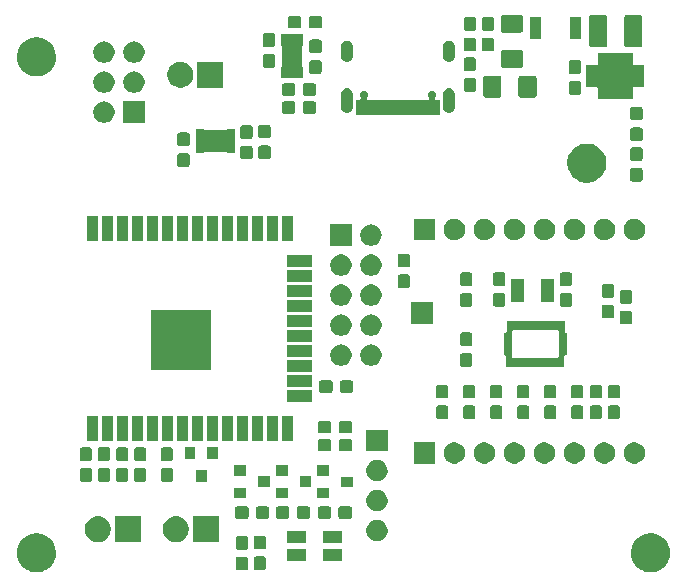
<source format=gbr>
G04 #@! TF.GenerationSoftware,KiCad,Pcbnew,(5.1.5)-2*
G04 #@! TF.CreationDate,2021-03-13T02:14:36+01:00*
G04 #@! TF.ProjectId,Versie1,56657273-6965-4312-9e6b-696361645f70,rev?*
G04 #@! TF.SameCoordinates,Original*
G04 #@! TF.FileFunction,Soldermask,Top*
G04 #@! TF.FilePolarity,Negative*
%FSLAX46Y46*%
G04 Gerber Fmt 4.6, Leading zero omitted, Abs format (unit mm)*
G04 Created by KiCad (PCBNEW (5.1.5)-2) date 2021-03-13 02:14:36*
%MOMM*%
%LPD*%
G04 APERTURE LIST*
%ADD10C,0.100000*%
G04 APERTURE END LIST*
D10*
G36*
X115375256Y-118391298D02*
G01*
X115481579Y-118412447D01*
X115782042Y-118536903D01*
X116052451Y-118717585D01*
X116282415Y-118947549D01*
X116463097Y-119217958D01*
X116587553Y-119518421D01*
X116606277Y-119612554D01*
X116651000Y-119837389D01*
X116651000Y-120162611D01*
X116619689Y-120320020D01*
X116587553Y-120481579D01*
X116463097Y-120782042D01*
X116282415Y-121052451D01*
X116052451Y-121282415D01*
X115782042Y-121463097D01*
X115782041Y-121463098D01*
X115782040Y-121463098D01*
X115753434Y-121474947D01*
X115481579Y-121587553D01*
X115375256Y-121608702D01*
X115162611Y-121651000D01*
X114837389Y-121651000D01*
X114624744Y-121608702D01*
X114518421Y-121587553D01*
X114246566Y-121474947D01*
X114217960Y-121463098D01*
X114217959Y-121463098D01*
X114217958Y-121463097D01*
X113947549Y-121282415D01*
X113717585Y-121052451D01*
X113536903Y-120782042D01*
X113412447Y-120481579D01*
X113380311Y-120320020D01*
X113349000Y-120162611D01*
X113349000Y-119837389D01*
X113393723Y-119612554D01*
X113412447Y-119518421D01*
X113536903Y-119217958D01*
X113717585Y-118947549D01*
X113947549Y-118717585D01*
X114217958Y-118536903D01*
X114518421Y-118412447D01*
X114624744Y-118391298D01*
X114837389Y-118349000D01*
X115162611Y-118349000D01*
X115375256Y-118391298D01*
G37*
G36*
X63375256Y-118391298D02*
G01*
X63481579Y-118412447D01*
X63782042Y-118536903D01*
X64052451Y-118717585D01*
X64282415Y-118947549D01*
X64463097Y-119217958D01*
X64587553Y-119518421D01*
X64606277Y-119612554D01*
X64651000Y-119837389D01*
X64651000Y-120162611D01*
X64619689Y-120320020D01*
X64587553Y-120481579D01*
X64463097Y-120782042D01*
X64282415Y-121052451D01*
X64052451Y-121282415D01*
X63782042Y-121463097D01*
X63782041Y-121463098D01*
X63782040Y-121463098D01*
X63753434Y-121474947D01*
X63481579Y-121587553D01*
X63375256Y-121608702D01*
X63162611Y-121651000D01*
X62837389Y-121651000D01*
X62624744Y-121608702D01*
X62518421Y-121587553D01*
X62246566Y-121474947D01*
X62217960Y-121463098D01*
X62217959Y-121463098D01*
X62217958Y-121463097D01*
X61947549Y-121282415D01*
X61717585Y-121052451D01*
X61536903Y-120782042D01*
X61412447Y-120481579D01*
X61380311Y-120320020D01*
X61349000Y-120162611D01*
X61349000Y-119837389D01*
X61393723Y-119612554D01*
X61412447Y-119518421D01*
X61536903Y-119217958D01*
X61717585Y-118947549D01*
X61947549Y-118717585D01*
X62217958Y-118536903D01*
X62518421Y-118412447D01*
X62624744Y-118391298D01*
X62837389Y-118349000D01*
X63162611Y-118349000D01*
X63375256Y-118391298D01*
G37*
G36*
X80755499Y-120332445D02*
G01*
X80792995Y-120343820D01*
X80827554Y-120362292D01*
X80857847Y-120387153D01*
X80882708Y-120417446D01*
X80901180Y-120452005D01*
X80912555Y-120489501D01*
X80917000Y-120534638D01*
X80917000Y-121273362D01*
X80912555Y-121318499D01*
X80901180Y-121355995D01*
X80882708Y-121390554D01*
X80857847Y-121420847D01*
X80827554Y-121445708D01*
X80792995Y-121464180D01*
X80755499Y-121475555D01*
X80710362Y-121480000D01*
X80071638Y-121480000D01*
X80026501Y-121475555D01*
X79989005Y-121464180D01*
X79954446Y-121445708D01*
X79924153Y-121420847D01*
X79899292Y-121390554D01*
X79880820Y-121355995D01*
X79869445Y-121318499D01*
X79865000Y-121273362D01*
X79865000Y-120534638D01*
X79869445Y-120489501D01*
X79880820Y-120452005D01*
X79899292Y-120417446D01*
X79924153Y-120387153D01*
X79954446Y-120362292D01*
X79989005Y-120343820D01*
X80026501Y-120332445D01*
X80071638Y-120328000D01*
X80710362Y-120328000D01*
X80755499Y-120332445D01*
G37*
G36*
X82279499Y-120304445D02*
G01*
X82316995Y-120315820D01*
X82351554Y-120334292D01*
X82381847Y-120359153D01*
X82406708Y-120389446D01*
X82425180Y-120424005D01*
X82436555Y-120461501D01*
X82441000Y-120506638D01*
X82441000Y-121245362D01*
X82436555Y-121290499D01*
X82425180Y-121327995D01*
X82406708Y-121362554D01*
X82381847Y-121392847D01*
X82351554Y-121417708D01*
X82316995Y-121436180D01*
X82279499Y-121447555D01*
X82234362Y-121452000D01*
X81595638Y-121452000D01*
X81550501Y-121447555D01*
X81513005Y-121436180D01*
X81478446Y-121417708D01*
X81448153Y-121392847D01*
X81423292Y-121362554D01*
X81404820Y-121327995D01*
X81393445Y-121290499D01*
X81389000Y-121245362D01*
X81389000Y-120506638D01*
X81393445Y-120461501D01*
X81404820Y-120424005D01*
X81423292Y-120389446D01*
X81448153Y-120359153D01*
X81478446Y-120334292D01*
X81513005Y-120315820D01*
X81550501Y-120304445D01*
X81595638Y-120300000D01*
X82234362Y-120300000D01*
X82279499Y-120304445D01*
G37*
G36*
X88901000Y-120643000D02*
G01*
X87299000Y-120643000D01*
X87299000Y-119641000D01*
X88901000Y-119641000D01*
X88901000Y-120643000D01*
G37*
G36*
X85801000Y-120643000D02*
G01*
X84199000Y-120643000D01*
X84199000Y-119641000D01*
X85801000Y-119641000D01*
X85801000Y-120643000D01*
G37*
G36*
X80755499Y-118582445D02*
G01*
X80792995Y-118593820D01*
X80827554Y-118612292D01*
X80857847Y-118637153D01*
X80882708Y-118667446D01*
X80901180Y-118702005D01*
X80912555Y-118739501D01*
X80917000Y-118784638D01*
X80917000Y-119523362D01*
X80912555Y-119568499D01*
X80901180Y-119605995D01*
X80882708Y-119640554D01*
X80857847Y-119670847D01*
X80827554Y-119695708D01*
X80792995Y-119714180D01*
X80755499Y-119725555D01*
X80710362Y-119730000D01*
X80071638Y-119730000D01*
X80026501Y-119725555D01*
X79989005Y-119714180D01*
X79954446Y-119695708D01*
X79924153Y-119670847D01*
X79899292Y-119640554D01*
X79880820Y-119605995D01*
X79869445Y-119568499D01*
X79865000Y-119523362D01*
X79865000Y-118784638D01*
X79869445Y-118739501D01*
X79880820Y-118702005D01*
X79899292Y-118667446D01*
X79924153Y-118637153D01*
X79954446Y-118612292D01*
X79989005Y-118593820D01*
X80026501Y-118582445D01*
X80071638Y-118578000D01*
X80710362Y-118578000D01*
X80755499Y-118582445D01*
G37*
G36*
X82279499Y-118554445D02*
G01*
X82316995Y-118565820D01*
X82351554Y-118584292D01*
X82381847Y-118609153D01*
X82406708Y-118639446D01*
X82425180Y-118674005D01*
X82436555Y-118711501D01*
X82441000Y-118756638D01*
X82441000Y-119495362D01*
X82436555Y-119540499D01*
X82425180Y-119577995D01*
X82406708Y-119612554D01*
X82381847Y-119642847D01*
X82351554Y-119667708D01*
X82316995Y-119686180D01*
X82279499Y-119697555D01*
X82234362Y-119702000D01*
X81595638Y-119702000D01*
X81550501Y-119697555D01*
X81513005Y-119686180D01*
X81478446Y-119667708D01*
X81448153Y-119642847D01*
X81423292Y-119612554D01*
X81404820Y-119577995D01*
X81393445Y-119540499D01*
X81389000Y-119495362D01*
X81389000Y-118756638D01*
X81393445Y-118711501D01*
X81404820Y-118674005D01*
X81423292Y-118639446D01*
X81448153Y-118609153D01*
X81478446Y-118584292D01*
X81513005Y-118565820D01*
X81550501Y-118554445D01*
X81595638Y-118550000D01*
X82234362Y-118550000D01*
X82279499Y-118554445D01*
G37*
G36*
X88901000Y-119143000D02*
G01*
X87299000Y-119143000D01*
X87299000Y-118141000D01*
X88901000Y-118141000D01*
X88901000Y-119143000D01*
G37*
G36*
X85801000Y-119143000D02*
G01*
X84199000Y-119143000D01*
X84199000Y-118141000D01*
X85801000Y-118141000D01*
X85801000Y-119143000D01*
G37*
G36*
X75003484Y-116900309D02*
G01*
X75124150Y-116924311D01*
X75187373Y-116950499D01*
X75324520Y-117007307D01*
X75504844Y-117127795D01*
X75658205Y-117281156D01*
X75778693Y-117461480D01*
X75778693Y-117461481D01*
X75861689Y-117661850D01*
X75904000Y-117874561D01*
X75904000Y-118091439D01*
X75861689Y-118304150D01*
X75833248Y-118372812D01*
X75778693Y-118504520D01*
X75658205Y-118684844D01*
X75504844Y-118838205D01*
X75324520Y-118958693D01*
X75281829Y-118976376D01*
X75124150Y-119041689D01*
X75017794Y-119062845D01*
X74911440Y-119084000D01*
X74694560Y-119084000D01*
X74588206Y-119062845D01*
X74481850Y-119041689D01*
X74324171Y-118976376D01*
X74281480Y-118958693D01*
X74101156Y-118838205D01*
X73947795Y-118684844D01*
X73827307Y-118504520D01*
X73772752Y-118372812D01*
X73744311Y-118304150D01*
X73702000Y-118091439D01*
X73702000Y-117874561D01*
X73744311Y-117661850D01*
X73827307Y-117461481D01*
X73827307Y-117461480D01*
X73947795Y-117281156D01*
X74101156Y-117127795D01*
X74281480Y-117007307D01*
X74418627Y-116950499D01*
X74481850Y-116924311D01*
X74602516Y-116900309D01*
X74694560Y-116882000D01*
X74911440Y-116882000D01*
X75003484Y-116900309D01*
G37*
G36*
X78444000Y-119084000D02*
G01*
X76242000Y-119084000D01*
X76242000Y-116882000D01*
X78444000Y-116882000D01*
X78444000Y-119084000D01*
G37*
G36*
X71840000Y-119084000D02*
G01*
X69638000Y-119084000D01*
X69638000Y-116882000D01*
X71840000Y-116882000D01*
X71840000Y-119084000D01*
G37*
G36*
X68399484Y-116900309D02*
G01*
X68520150Y-116924311D01*
X68583373Y-116950499D01*
X68720520Y-117007307D01*
X68900844Y-117127795D01*
X69054205Y-117281156D01*
X69174693Y-117461480D01*
X69174693Y-117461481D01*
X69257689Y-117661850D01*
X69300000Y-117874561D01*
X69300000Y-118091439D01*
X69257689Y-118304150D01*
X69229248Y-118372812D01*
X69174693Y-118504520D01*
X69054205Y-118684844D01*
X68900844Y-118838205D01*
X68720520Y-118958693D01*
X68677829Y-118976376D01*
X68520150Y-119041689D01*
X68413794Y-119062845D01*
X68307440Y-119084000D01*
X68090560Y-119084000D01*
X67984206Y-119062845D01*
X67877850Y-119041689D01*
X67720171Y-118976376D01*
X67677480Y-118958693D01*
X67497156Y-118838205D01*
X67343795Y-118684844D01*
X67223307Y-118504520D01*
X67168752Y-118372812D01*
X67140311Y-118304150D01*
X67098000Y-118091439D01*
X67098000Y-117874561D01*
X67140311Y-117661850D01*
X67223307Y-117461481D01*
X67223307Y-117461480D01*
X67343795Y-117281156D01*
X67497156Y-117127795D01*
X67677480Y-117007307D01*
X67814627Y-116950499D01*
X67877850Y-116924311D01*
X67998516Y-116900309D01*
X68090560Y-116882000D01*
X68307440Y-116882000D01*
X68399484Y-116900309D01*
G37*
G36*
X91934512Y-117213927D02*
G01*
X92083812Y-117243624D01*
X92247784Y-117311544D01*
X92395354Y-117410147D01*
X92520853Y-117535646D01*
X92619456Y-117683216D01*
X92687376Y-117847188D01*
X92722000Y-118021259D01*
X92722000Y-118198741D01*
X92687376Y-118372812D01*
X92619456Y-118536784D01*
X92520853Y-118684354D01*
X92395354Y-118809853D01*
X92247784Y-118908456D01*
X92083812Y-118976376D01*
X91934512Y-119006073D01*
X91909742Y-119011000D01*
X91732258Y-119011000D01*
X91707488Y-119006073D01*
X91558188Y-118976376D01*
X91394216Y-118908456D01*
X91246646Y-118809853D01*
X91121147Y-118684354D01*
X91022544Y-118536784D01*
X90954624Y-118372812D01*
X90920000Y-118198741D01*
X90920000Y-118021259D01*
X90954624Y-117847188D01*
X91022544Y-117683216D01*
X91121147Y-117535646D01*
X91246646Y-117410147D01*
X91394216Y-117311544D01*
X91558188Y-117243624D01*
X91707488Y-117213927D01*
X91732258Y-117209000D01*
X91909742Y-117209000D01*
X91934512Y-117213927D01*
G37*
G36*
X84262499Y-116064445D02*
G01*
X84299995Y-116075820D01*
X84334554Y-116094292D01*
X84364847Y-116119153D01*
X84389708Y-116149446D01*
X84408180Y-116184005D01*
X84419555Y-116221501D01*
X84424000Y-116266638D01*
X84424000Y-116905362D01*
X84419555Y-116950499D01*
X84408180Y-116987995D01*
X84389708Y-117022554D01*
X84364847Y-117052847D01*
X84334554Y-117077708D01*
X84299995Y-117096180D01*
X84262499Y-117107555D01*
X84217362Y-117112000D01*
X83478638Y-117112000D01*
X83433501Y-117107555D01*
X83396005Y-117096180D01*
X83361446Y-117077708D01*
X83331153Y-117052847D01*
X83306292Y-117022554D01*
X83287820Y-116987995D01*
X83276445Y-116950499D01*
X83272000Y-116905362D01*
X83272000Y-116266638D01*
X83276445Y-116221501D01*
X83287820Y-116184005D01*
X83306292Y-116149446D01*
X83331153Y-116119153D01*
X83361446Y-116094292D01*
X83396005Y-116075820D01*
X83433501Y-116064445D01*
X83478638Y-116060000D01*
X84217362Y-116060000D01*
X84262499Y-116064445D01*
G37*
G36*
X89554499Y-116064445D02*
G01*
X89591995Y-116075820D01*
X89626554Y-116094292D01*
X89656847Y-116119153D01*
X89681708Y-116149446D01*
X89700180Y-116184005D01*
X89711555Y-116221501D01*
X89716000Y-116266638D01*
X89716000Y-116905362D01*
X89711555Y-116950499D01*
X89700180Y-116987995D01*
X89681708Y-117022554D01*
X89656847Y-117052847D01*
X89626554Y-117077708D01*
X89591995Y-117096180D01*
X89554499Y-117107555D01*
X89509362Y-117112000D01*
X88770638Y-117112000D01*
X88725501Y-117107555D01*
X88688005Y-117096180D01*
X88653446Y-117077708D01*
X88623153Y-117052847D01*
X88598292Y-117022554D01*
X88579820Y-116987995D01*
X88568445Y-116950499D01*
X88564000Y-116905362D01*
X88564000Y-116266638D01*
X88568445Y-116221501D01*
X88579820Y-116184005D01*
X88598292Y-116149446D01*
X88623153Y-116119153D01*
X88653446Y-116094292D01*
X88688005Y-116075820D01*
X88725501Y-116064445D01*
X88770638Y-116060000D01*
X89509362Y-116060000D01*
X89554499Y-116064445D01*
G37*
G36*
X80805499Y-116064445D02*
G01*
X80842995Y-116075820D01*
X80877554Y-116094292D01*
X80907847Y-116119153D01*
X80932708Y-116149446D01*
X80951180Y-116184005D01*
X80962555Y-116221501D01*
X80967000Y-116266638D01*
X80967000Y-116905362D01*
X80962555Y-116950499D01*
X80951180Y-116987995D01*
X80932708Y-117022554D01*
X80907847Y-117052847D01*
X80877554Y-117077708D01*
X80842995Y-117096180D01*
X80805499Y-117107555D01*
X80760362Y-117112000D01*
X80021638Y-117112000D01*
X79976501Y-117107555D01*
X79939005Y-117096180D01*
X79904446Y-117077708D01*
X79874153Y-117052847D01*
X79849292Y-117022554D01*
X79830820Y-116987995D01*
X79819445Y-116950499D01*
X79815000Y-116905362D01*
X79815000Y-116266638D01*
X79819445Y-116221501D01*
X79830820Y-116184005D01*
X79849292Y-116149446D01*
X79874153Y-116119153D01*
X79904446Y-116094292D01*
X79939005Y-116075820D01*
X79976501Y-116064445D01*
X80021638Y-116060000D01*
X80760362Y-116060000D01*
X80805499Y-116064445D01*
G37*
G36*
X82555499Y-116064445D02*
G01*
X82592995Y-116075820D01*
X82627554Y-116094292D01*
X82657847Y-116119153D01*
X82682708Y-116149446D01*
X82701180Y-116184005D01*
X82712555Y-116221501D01*
X82717000Y-116266638D01*
X82717000Y-116905362D01*
X82712555Y-116950499D01*
X82701180Y-116987995D01*
X82682708Y-117022554D01*
X82657847Y-117052847D01*
X82627554Y-117077708D01*
X82592995Y-117096180D01*
X82555499Y-117107555D01*
X82510362Y-117112000D01*
X81771638Y-117112000D01*
X81726501Y-117107555D01*
X81689005Y-117096180D01*
X81654446Y-117077708D01*
X81624153Y-117052847D01*
X81599292Y-117022554D01*
X81580820Y-116987995D01*
X81569445Y-116950499D01*
X81565000Y-116905362D01*
X81565000Y-116266638D01*
X81569445Y-116221501D01*
X81580820Y-116184005D01*
X81599292Y-116149446D01*
X81624153Y-116119153D01*
X81654446Y-116094292D01*
X81689005Y-116075820D01*
X81726501Y-116064445D01*
X81771638Y-116060000D01*
X82510362Y-116060000D01*
X82555499Y-116064445D01*
G37*
G36*
X86012499Y-116064445D02*
G01*
X86049995Y-116075820D01*
X86084554Y-116094292D01*
X86114847Y-116119153D01*
X86139708Y-116149446D01*
X86158180Y-116184005D01*
X86169555Y-116221501D01*
X86174000Y-116266638D01*
X86174000Y-116905362D01*
X86169555Y-116950499D01*
X86158180Y-116987995D01*
X86139708Y-117022554D01*
X86114847Y-117052847D01*
X86084554Y-117077708D01*
X86049995Y-117096180D01*
X86012499Y-117107555D01*
X85967362Y-117112000D01*
X85228638Y-117112000D01*
X85183501Y-117107555D01*
X85146005Y-117096180D01*
X85111446Y-117077708D01*
X85081153Y-117052847D01*
X85056292Y-117022554D01*
X85037820Y-116987995D01*
X85026445Y-116950499D01*
X85022000Y-116905362D01*
X85022000Y-116266638D01*
X85026445Y-116221501D01*
X85037820Y-116184005D01*
X85056292Y-116149446D01*
X85081153Y-116119153D01*
X85111446Y-116094292D01*
X85146005Y-116075820D01*
X85183501Y-116064445D01*
X85228638Y-116060000D01*
X85967362Y-116060000D01*
X86012499Y-116064445D01*
G37*
G36*
X87804499Y-116064445D02*
G01*
X87841995Y-116075820D01*
X87876554Y-116094292D01*
X87906847Y-116119153D01*
X87931708Y-116149446D01*
X87950180Y-116184005D01*
X87961555Y-116221501D01*
X87966000Y-116266638D01*
X87966000Y-116905362D01*
X87961555Y-116950499D01*
X87950180Y-116987995D01*
X87931708Y-117022554D01*
X87906847Y-117052847D01*
X87876554Y-117077708D01*
X87841995Y-117096180D01*
X87804499Y-117107555D01*
X87759362Y-117112000D01*
X87020638Y-117112000D01*
X86975501Y-117107555D01*
X86938005Y-117096180D01*
X86903446Y-117077708D01*
X86873153Y-117052847D01*
X86848292Y-117022554D01*
X86829820Y-116987995D01*
X86818445Y-116950499D01*
X86814000Y-116905362D01*
X86814000Y-116266638D01*
X86818445Y-116221501D01*
X86829820Y-116184005D01*
X86848292Y-116149446D01*
X86873153Y-116119153D01*
X86903446Y-116094292D01*
X86938005Y-116075820D01*
X86975501Y-116064445D01*
X87020638Y-116060000D01*
X87759362Y-116060000D01*
X87804499Y-116064445D01*
G37*
G36*
X91934512Y-114673927D02*
G01*
X92083812Y-114703624D01*
X92247784Y-114771544D01*
X92395354Y-114870147D01*
X92520853Y-114995646D01*
X92619456Y-115143216D01*
X92687376Y-115307188D01*
X92722000Y-115481259D01*
X92722000Y-115658741D01*
X92687376Y-115832812D01*
X92619456Y-115996784D01*
X92520853Y-116144354D01*
X92395354Y-116269853D01*
X92247784Y-116368456D01*
X92083812Y-116436376D01*
X91934512Y-116466073D01*
X91909742Y-116471000D01*
X91732258Y-116471000D01*
X91707488Y-116466073D01*
X91558188Y-116436376D01*
X91394216Y-116368456D01*
X91246646Y-116269853D01*
X91121147Y-116144354D01*
X91022544Y-115996784D01*
X90954624Y-115832812D01*
X90920000Y-115658741D01*
X90920000Y-115481259D01*
X90954624Y-115307188D01*
X91022544Y-115143216D01*
X91121147Y-114995646D01*
X91246646Y-114870147D01*
X91394216Y-114771544D01*
X91558188Y-114703624D01*
X91707488Y-114673927D01*
X91732258Y-114669000D01*
X91909742Y-114669000D01*
X91934512Y-114673927D01*
G37*
G36*
X87766000Y-115386000D02*
G01*
X86764000Y-115386000D01*
X86764000Y-114484000D01*
X87766000Y-114484000D01*
X87766000Y-115386000D01*
G37*
G36*
X84273500Y-115381000D02*
G01*
X83271500Y-115381000D01*
X83271500Y-114479000D01*
X84273500Y-114479000D01*
X84273500Y-115381000D01*
G37*
G36*
X80765000Y-115381000D02*
G01*
X79763000Y-115381000D01*
X79763000Y-114479000D01*
X80765000Y-114479000D01*
X80765000Y-115381000D01*
G37*
G36*
X89766000Y-114436000D02*
G01*
X88764000Y-114436000D01*
X88764000Y-113534000D01*
X89766000Y-113534000D01*
X89766000Y-114436000D01*
G37*
G36*
X82765000Y-114431000D02*
G01*
X81763000Y-114431000D01*
X81763000Y-113529000D01*
X82765000Y-113529000D01*
X82765000Y-114431000D01*
G37*
G36*
X86273500Y-114431000D02*
G01*
X85271500Y-114431000D01*
X85271500Y-113529000D01*
X86273500Y-113529000D01*
X86273500Y-114431000D01*
G37*
G36*
X77413000Y-114023000D02*
G01*
X76511000Y-114023000D01*
X76511000Y-113021000D01*
X77413000Y-113021000D01*
X77413000Y-114023000D01*
G37*
G36*
X74405499Y-112825445D02*
G01*
X74442995Y-112836820D01*
X74477554Y-112855292D01*
X74507847Y-112880153D01*
X74532708Y-112910446D01*
X74551180Y-112945005D01*
X74562555Y-112982501D01*
X74567000Y-113027638D01*
X74567000Y-113766362D01*
X74562555Y-113811499D01*
X74551180Y-113848995D01*
X74532708Y-113883554D01*
X74507847Y-113913847D01*
X74477554Y-113938708D01*
X74442995Y-113957180D01*
X74405499Y-113968555D01*
X74360362Y-113973000D01*
X73721638Y-113973000D01*
X73676501Y-113968555D01*
X73639005Y-113957180D01*
X73604446Y-113938708D01*
X73574153Y-113913847D01*
X73549292Y-113883554D01*
X73530820Y-113848995D01*
X73519445Y-113811499D01*
X73515000Y-113766362D01*
X73515000Y-113027638D01*
X73519445Y-112982501D01*
X73530820Y-112945005D01*
X73549292Y-112910446D01*
X73574153Y-112880153D01*
X73604446Y-112855292D01*
X73639005Y-112836820D01*
X73676501Y-112825445D01*
X73721638Y-112821000D01*
X74360362Y-112821000D01*
X74405499Y-112825445D01*
G37*
G36*
X72136499Y-112825445D02*
G01*
X72173995Y-112836820D01*
X72208554Y-112855292D01*
X72238847Y-112880153D01*
X72263708Y-112910446D01*
X72282180Y-112945005D01*
X72293555Y-112982501D01*
X72298000Y-113027638D01*
X72298000Y-113766362D01*
X72293555Y-113811499D01*
X72282180Y-113848995D01*
X72263708Y-113883554D01*
X72238847Y-113913847D01*
X72208554Y-113938708D01*
X72173995Y-113957180D01*
X72136499Y-113968555D01*
X72091362Y-113973000D01*
X71452638Y-113973000D01*
X71407501Y-113968555D01*
X71370005Y-113957180D01*
X71335446Y-113938708D01*
X71305153Y-113913847D01*
X71280292Y-113883554D01*
X71261820Y-113848995D01*
X71250445Y-113811499D01*
X71246000Y-113766362D01*
X71246000Y-113027638D01*
X71250445Y-112982501D01*
X71261820Y-112945005D01*
X71280292Y-112910446D01*
X71305153Y-112880153D01*
X71335446Y-112855292D01*
X71370005Y-112836820D01*
X71407501Y-112825445D01*
X71452638Y-112821000D01*
X72091362Y-112821000D01*
X72136499Y-112825445D01*
G37*
G36*
X70612499Y-112825445D02*
G01*
X70649995Y-112836820D01*
X70684554Y-112855292D01*
X70714847Y-112880153D01*
X70739708Y-112910446D01*
X70758180Y-112945005D01*
X70769555Y-112982501D01*
X70774000Y-113027638D01*
X70774000Y-113766362D01*
X70769555Y-113811499D01*
X70758180Y-113848995D01*
X70739708Y-113883554D01*
X70714847Y-113913847D01*
X70684554Y-113938708D01*
X70649995Y-113957180D01*
X70612499Y-113968555D01*
X70567362Y-113973000D01*
X69928638Y-113973000D01*
X69883501Y-113968555D01*
X69846005Y-113957180D01*
X69811446Y-113938708D01*
X69781153Y-113913847D01*
X69756292Y-113883554D01*
X69737820Y-113848995D01*
X69726445Y-113811499D01*
X69722000Y-113766362D01*
X69722000Y-113027638D01*
X69726445Y-112982501D01*
X69737820Y-112945005D01*
X69756292Y-112910446D01*
X69781153Y-112880153D01*
X69811446Y-112855292D01*
X69846005Y-112836820D01*
X69883501Y-112825445D01*
X69928638Y-112821000D01*
X70567362Y-112821000D01*
X70612499Y-112825445D01*
G37*
G36*
X67547499Y-112825445D02*
G01*
X67584995Y-112836820D01*
X67619554Y-112855292D01*
X67649847Y-112880153D01*
X67674708Y-112910446D01*
X67693180Y-112945005D01*
X67704555Y-112982501D01*
X67709000Y-113027638D01*
X67709000Y-113766362D01*
X67704555Y-113811499D01*
X67693180Y-113848995D01*
X67674708Y-113883554D01*
X67649847Y-113913847D01*
X67619554Y-113938708D01*
X67584995Y-113957180D01*
X67547499Y-113968555D01*
X67502362Y-113973000D01*
X66863638Y-113973000D01*
X66818501Y-113968555D01*
X66781005Y-113957180D01*
X66746446Y-113938708D01*
X66716153Y-113913847D01*
X66691292Y-113883554D01*
X66672820Y-113848995D01*
X66661445Y-113811499D01*
X66657000Y-113766362D01*
X66657000Y-113027638D01*
X66661445Y-112982501D01*
X66672820Y-112945005D01*
X66691292Y-112910446D01*
X66716153Y-112880153D01*
X66746446Y-112855292D01*
X66781005Y-112836820D01*
X66818501Y-112825445D01*
X66863638Y-112821000D01*
X67502362Y-112821000D01*
X67547499Y-112825445D01*
G37*
G36*
X69071499Y-112811445D02*
G01*
X69108995Y-112822820D01*
X69143554Y-112841292D01*
X69173847Y-112866153D01*
X69198708Y-112896446D01*
X69217180Y-112931005D01*
X69228555Y-112968501D01*
X69233000Y-113013638D01*
X69233000Y-113752362D01*
X69228555Y-113797499D01*
X69217180Y-113834995D01*
X69198708Y-113869554D01*
X69173847Y-113899847D01*
X69143554Y-113924708D01*
X69108995Y-113943180D01*
X69071499Y-113954555D01*
X69026362Y-113959000D01*
X68387638Y-113959000D01*
X68342501Y-113954555D01*
X68305005Y-113943180D01*
X68270446Y-113924708D01*
X68240153Y-113899847D01*
X68215292Y-113869554D01*
X68196820Y-113834995D01*
X68185445Y-113797499D01*
X68181000Y-113752362D01*
X68181000Y-113013638D01*
X68185445Y-112968501D01*
X68196820Y-112931005D01*
X68215292Y-112896446D01*
X68240153Y-112866153D01*
X68270446Y-112841292D01*
X68305005Y-112822820D01*
X68342501Y-112811445D01*
X68387638Y-112807000D01*
X69026362Y-112807000D01*
X69071499Y-112811445D01*
G37*
G36*
X91924668Y-112131969D02*
G01*
X92083812Y-112163624D01*
X92247784Y-112231544D01*
X92395354Y-112330147D01*
X92520853Y-112455646D01*
X92619456Y-112603216D01*
X92687376Y-112767188D01*
X92715871Y-112910446D01*
X92719961Y-112931005D01*
X92722000Y-112941259D01*
X92722000Y-113118741D01*
X92687376Y-113292812D01*
X92619456Y-113456784D01*
X92520853Y-113604354D01*
X92395354Y-113729853D01*
X92247784Y-113828456D01*
X92083812Y-113896376D01*
X91941374Y-113924708D01*
X91909742Y-113931000D01*
X91732258Y-113931000D01*
X91700626Y-113924708D01*
X91558188Y-113896376D01*
X91394216Y-113828456D01*
X91246646Y-113729853D01*
X91121147Y-113604354D01*
X91022544Y-113456784D01*
X90954624Y-113292812D01*
X90920000Y-113118741D01*
X90920000Y-112941259D01*
X90922040Y-112931005D01*
X90926129Y-112910446D01*
X90954624Y-112767188D01*
X91022544Y-112603216D01*
X91121147Y-112455646D01*
X91246646Y-112330147D01*
X91394216Y-112231544D01*
X91558188Y-112163624D01*
X91717332Y-112131969D01*
X91732258Y-112129000D01*
X91909742Y-112129000D01*
X91924668Y-112131969D01*
G37*
G36*
X87766000Y-113486000D02*
G01*
X86764000Y-113486000D01*
X86764000Y-112584000D01*
X87766000Y-112584000D01*
X87766000Y-113486000D01*
G37*
G36*
X80765000Y-113481000D02*
G01*
X79763000Y-113481000D01*
X79763000Y-112579000D01*
X80765000Y-112579000D01*
X80765000Y-113481000D01*
G37*
G36*
X84273500Y-113481000D02*
G01*
X83271500Y-113481000D01*
X83271500Y-112579000D01*
X84273500Y-112579000D01*
X84273500Y-113481000D01*
G37*
G36*
X103568512Y-110640427D02*
G01*
X103717812Y-110670124D01*
X103881784Y-110738044D01*
X104029354Y-110836647D01*
X104154853Y-110962146D01*
X104253456Y-111109716D01*
X104321376Y-111273688D01*
X104356000Y-111447759D01*
X104356000Y-111625241D01*
X104321376Y-111799312D01*
X104253456Y-111963284D01*
X104154853Y-112110854D01*
X104029354Y-112236353D01*
X103881784Y-112334956D01*
X103717812Y-112402876D01*
X103568512Y-112432573D01*
X103543742Y-112437500D01*
X103366258Y-112437500D01*
X103341488Y-112432573D01*
X103192188Y-112402876D01*
X103028216Y-112334956D01*
X102880646Y-112236353D01*
X102755147Y-112110854D01*
X102656544Y-111963284D01*
X102588624Y-111799312D01*
X102554000Y-111625241D01*
X102554000Y-111447759D01*
X102588624Y-111273688D01*
X102656544Y-111109716D01*
X102755147Y-110962146D01*
X102880646Y-110836647D01*
X103028216Y-110738044D01*
X103192188Y-110670124D01*
X103341488Y-110640427D01*
X103366258Y-110635500D01*
X103543742Y-110635500D01*
X103568512Y-110640427D01*
G37*
G36*
X113728512Y-110640427D02*
G01*
X113877812Y-110670124D01*
X114041784Y-110738044D01*
X114189354Y-110836647D01*
X114314853Y-110962146D01*
X114413456Y-111109716D01*
X114481376Y-111273688D01*
X114516000Y-111447759D01*
X114516000Y-111625241D01*
X114481376Y-111799312D01*
X114413456Y-111963284D01*
X114314853Y-112110854D01*
X114189354Y-112236353D01*
X114041784Y-112334956D01*
X113877812Y-112402876D01*
X113728512Y-112432573D01*
X113703742Y-112437500D01*
X113526258Y-112437500D01*
X113501488Y-112432573D01*
X113352188Y-112402876D01*
X113188216Y-112334956D01*
X113040646Y-112236353D01*
X112915147Y-112110854D01*
X112816544Y-111963284D01*
X112748624Y-111799312D01*
X112714000Y-111625241D01*
X112714000Y-111447759D01*
X112748624Y-111273688D01*
X112816544Y-111109716D01*
X112915147Y-110962146D01*
X113040646Y-110836647D01*
X113188216Y-110738044D01*
X113352188Y-110670124D01*
X113501488Y-110640427D01*
X113526258Y-110635500D01*
X113703742Y-110635500D01*
X113728512Y-110640427D01*
G37*
G36*
X96736000Y-112437500D02*
G01*
X94934000Y-112437500D01*
X94934000Y-110635500D01*
X96736000Y-110635500D01*
X96736000Y-112437500D01*
G37*
G36*
X101028512Y-110640427D02*
G01*
X101177812Y-110670124D01*
X101341784Y-110738044D01*
X101489354Y-110836647D01*
X101614853Y-110962146D01*
X101713456Y-111109716D01*
X101781376Y-111273688D01*
X101816000Y-111447759D01*
X101816000Y-111625241D01*
X101781376Y-111799312D01*
X101713456Y-111963284D01*
X101614853Y-112110854D01*
X101489354Y-112236353D01*
X101341784Y-112334956D01*
X101177812Y-112402876D01*
X101028512Y-112432573D01*
X101003742Y-112437500D01*
X100826258Y-112437500D01*
X100801488Y-112432573D01*
X100652188Y-112402876D01*
X100488216Y-112334956D01*
X100340646Y-112236353D01*
X100215147Y-112110854D01*
X100116544Y-111963284D01*
X100048624Y-111799312D01*
X100014000Y-111625241D01*
X100014000Y-111447759D01*
X100048624Y-111273688D01*
X100116544Y-111109716D01*
X100215147Y-110962146D01*
X100340646Y-110836647D01*
X100488216Y-110738044D01*
X100652188Y-110670124D01*
X100801488Y-110640427D01*
X100826258Y-110635500D01*
X101003742Y-110635500D01*
X101028512Y-110640427D01*
G37*
G36*
X108648512Y-110640427D02*
G01*
X108797812Y-110670124D01*
X108961784Y-110738044D01*
X109109354Y-110836647D01*
X109234853Y-110962146D01*
X109333456Y-111109716D01*
X109401376Y-111273688D01*
X109436000Y-111447759D01*
X109436000Y-111625241D01*
X109401376Y-111799312D01*
X109333456Y-111963284D01*
X109234853Y-112110854D01*
X109109354Y-112236353D01*
X108961784Y-112334956D01*
X108797812Y-112402876D01*
X108648512Y-112432573D01*
X108623742Y-112437500D01*
X108446258Y-112437500D01*
X108421488Y-112432573D01*
X108272188Y-112402876D01*
X108108216Y-112334956D01*
X107960646Y-112236353D01*
X107835147Y-112110854D01*
X107736544Y-111963284D01*
X107668624Y-111799312D01*
X107634000Y-111625241D01*
X107634000Y-111447759D01*
X107668624Y-111273688D01*
X107736544Y-111109716D01*
X107835147Y-110962146D01*
X107960646Y-110836647D01*
X108108216Y-110738044D01*
X108272188Y-110670124D01*
X108421488Y-110640427D01*
X108446258Y-110635500D01*
X108623742Y-110635500D01*
X108648512Y-110640427D01*
G37*
G36*
X106108512Y-110640427D02*
G01*
X106257812Y-110670124D01*
X106421784Y-110738044D01*
X106569354Y-110836647D01*
X106694853Y-110962146D01*
X106793456Y-111109716D01*
X106861376Y-111273688D01*
X106896000Y-111447759D01*
X106896000Y-111625241D01*
X106861376Y-111799312D01*
X106793456Y-111963284D01*
X106694853Y-112110854D01*
X106569354Y-112236353D01*
X106421784Y-112334956D01*
X106257812Y-112402876D01*
X106108512Y-112432573D01*
X106083742Y-112437500D01*
X105906258Y-112437500D01*
X105881488Y-112432573D01*
X105732188Y-112402876D01*
X105568216Y-112334956D01*
X105420646Y-112236353D01*
X105295147Y-112110854D01*
X105196544Y-111963284D01*
X105128624Y-111799312D01*
X105094000Y-111625241D01*
X105094000Y-111447759D01*
X105128624Y-111273688D01*
X105196544Y-111109716D01*
X105295147Y-110962146D01*
X105420646Y-110836647D01*
X105568216Y-110738044D01*
X105732188Y-110670124D01*
X105881488Y-110640427D01*
X105906258Y-110635500D01*
X106083742Y-110635500D01*
X106108512Y-110640427D01*
G37*
G36*
X98488512Y-110640427D02*
G01*
X98637812Y-110670124D01*
X98801784Y-110738044D01*
X98949354Y-110836647D01*
X99074853Y-110962146D01*
X99173456Y-111109716D01*
X99241376Y-111273688D01*
X99276000Y-111447759D01*
X99276000Y-111625241D01*
X99241376Y-111799312D01*
X99173456Y-111963284D01*
X99074853Y-112110854D01*
X98949354Y-112236353D01*
X98801784Y-112334956D01*
X98637812Y-112402876D01*
X98488512Y-112432573D01*
X98463742Y-112437500D01*
X98286258Y-112437500D01*
X98261488Y-112432573D01*
X98112188Y-112402876D01*
X97948216Y-112334956D01*
X97800646Y-112236353D01*
X97675147Y-112110854D01*
X97576544Y-111963284D01*
X97508624Y-111799312D01*
X97474000Y-111625241D01*
X97474000Y-111447759D01*
X97508624Y-111273688D01*
X97576544Y-111109716D01*
X97675147Y-110962146D01*
X97800646Y-110836647D01*
X97948216Y-110738044D01*
X98112188Y-110670124D01*
X98261488Y-110640427D01*
X98286258Y-110635500D01*
X98463742Y-110635500D01*
X98488512Y-110640427D01*
G37*
G36*
X111188512Y-110640427D02*
G01*
X111337812Y-110670124D01*
X111501784Y-110738044D01*
X111649354Y-110836647D01*
X111774853Y-110962146D01*
X111873456Y-111109716D01*
X111941376Y-111273688D01*
X111976000Y-111447759D01*
X111976000Y-111625241D01*
X111941376Y-111799312D01*
X111873456Y-111963284D01*
X111774853Y-112110854D01*
X111649354Y-112236353D01*
X111501784Y-112334956D01*
X111337812Y-112402876D01*
X111188512Y-112432573D01*
X111163742Y-112437500D01*
X110986258Y-112437500D01*
X110961488Y-112432573D01*
X110812188Y-112402876D01*
X110648216Y-112334956D01*
X110500646Y-112236353D01*
X110375147Y-112110854D01*
X110276544Y-111963284D01*
X110208624Y-111799312D01*
X110174000Y-111625241D01*
X110174000Y-111447759D01*
X110208624Y-111273688D01*
X110276544Y-111109716D01*
X110375147Y-110962146D01*
X110500646Y-110836647D01*
X110648216Y-110738044D01*
X110812188Y-110670124D01*
X110961488Y-110640427D01*
X110986258Y-110635500D01*
X111163742Y-110635500D01*
X111188512Y-110640427D01*
G37*
G36*
X74405499Y-111075445D02*
G01*
X74442995Y-111086820D01*
X74477554Y-111105292D01*
X74507847Y-111130153D01*
X74532708Y-111160446D01*
X74551180Y-111195005D01*
X74562555Y-111232501D01*
X74567000Y-111277638D01*
X74567000Y-112016362D01*
X74562555Y-112061499D01*
X74551180Y-112098995D01*
X74532708Y-112133554D01*
X74507847Y-112163847D01*
X74477554Y-112188708D01*
X74442995Y-112207180D01*
X74405499Y-112218555D01*
X74360362Y-112223000D01*
X73721638Y-112223000D01*
X73676501Y-112218555D01*
X73639005Y-112207180D01*
X73604446Y-112188708D01*
X73574153Y-112163847D01*
X73549292Y-112133554D01*
X73530820Y-112098995D01*
X73519445Y-112061499D01*
X73515000Y-112016362D01*
X73515000Y-111277638D01*
X73519445Y-111232501D01*
X73530820Y-111195005D01*
X73549292Y-111160446D01*
X73574153Y-111130153D01*
X73604446Y-111105292D01*
X73639005Y-111086820D01*
X73676501Y-111075445D01*
X73721638Y-111071000D01*
X74360362Y-111071000D01*
X74405499Y-111075445D01*
G37*
G36*
X67547499Y-111075445D02*
G01*
X67584995Y-111086820D01*
X67619554Y-111105292D01*
X67649847Y-111130153D01*
X67674708Y-111160446D01*
X67693180Y-111195005D01*
X67704555Y-111232501D01*
X67709000Y-111277638D01*
X67709000Y-112016362D01*
X67704555Y-112061499D01*
X67693180Y-112098995D01*
X67674708Y-112133554D01*
X67649847Y-112163847D01*
X67619554Y-112188708D01*
X67584995Y-112207180D01*
X67547499Y-112218555D01*
X67502362Y-112223000D01*
X66863638Y-112223000D01*
X66818501Y-112218555D01*
X66781005Y-112207180D01*
X66746446Y-112188708D01*
X66716153Y-112163847D01*
X66691292Y-112133554D01*
X66672820Y-112098995D01*
X66661445Y-112061499D01*
X66657000Y-112016362D01*
X66657000Y-111277638D01*
X66661445Y-111232501D01*
X66672820Y-111195005D01*
X66691292Y-111160446D01*
X66716153Y-111130153D01*
X66746446Y-111105292D01*
X66781005Y-111086820D01*
X66818501Y-111075445D01*
X66863638Y-111071000D01*
X67502362Y-111071000D01*
X67547499Y-111075445D01*
G37*
G36*
X70612499Y-111075445D02*
G01*
X70649995Y-111086820D01*
X70684554Y-111105292D01*
X70714847Y-111130153D01*
X70739708Y-111160446D01*
X70758180Y-111195005D01*
X70769555Y-111232501D01*
X70774000Y-111277638D01*
X70774000Y-112016362D01*
X70769555Y-112061499D01*
X70758180Y-112098995D01*
X70739708Y-112133554D01*
X70714847Y-112163847D01*
X70684554Y-112188708D01*
X70649995Y-112207180D01*
X70612499Y-112218555D01*
X70567362Y-112223000D01*
X69928638Y-112223000D01*
X69883501Y-112218555D01*
X69846005Y-112207180D01*
X69811446Y-112188708D01*
X69781153Y-112163847D01*
X69756292Y-112133554D01*
X69737820Y-112098995D01*
X69726445Y-112061499D01*
X69722000Y-112016362D01*
X69722000Y-111277638D01*
X69726445Y-111232501D01*
X69737820Y-111195005D01*
X69756292Y-111160446D01*
X69781153Y-111130153D01*
X69811446Y-111105292D01*
X69846005Y-111086820D01*
X69883501Y-111075445D01*
X69928638Y-111071000D01*
X70567362Y-111071000D01*
X70612499Y-111075445D01*
G37*
G36*
X72136499Y-111075445D02*
G01*
X72173995Y-111086820D01*
X72208554Y-111105292D01*
X72238847Y-111130153D01*
X72263708Y-111160446D01*
X72282180Y-111195005D01*
X72293555Y-111232501D01*
X72298000Y-111277638D01*
X72298000Y-112016362D01*
X72293555Y-112061499D01*
X72282180Y-112098995D01*
X72263708Y-112133554D01*
X72238847Y-112163847D01*
X72208554Y-112188708D01*
X72173995Y-112207180D01*
X72136499Y-112218555D01*
X72091362Y-112223000D01*
X71452638Y-112223000D01*
X71407501Y-112218555D01*
X71370005Y-112207180D01*
X71335446Y-112188708D01*
X71305153Y-112163847D01*
X71280292Y-112133554D01*
X71261820Y-112098995D01*
X71250445Y-112061499D01*
X71246000Y-112016362D01*
X71246000Y-111277638D01*
X71250445Y-111232501D01*
X71261820Y-111195005D01*
X71280292Y-111160446D01*
X71305153Y-111130153D01*
X71335446Y-111105292D01*
X71370005Y-111086820D01*
X71407501Y-111075445D01*
X71452638Y-111071000D01*
X72091362Y-111071000D01*
X72136499Y-111075445D01*
G37*
G36*
X69071499Y-111061445D02*
G01*
X69108995Y-111072820D01*
X69143554Y-111091292D01*
X69173847Y-111116153D01*
X69198708Y-111146446D01*
X69217180Y-111181005D01*
X69228555Y-111218501D01*
X69233000Y-111263638D01*
X69233000Y-112002362D01*
X69228555Y-112047499D01*
X69217180Y-112084995D01*
X69198708Y-112119554D01*
X69173847Y-112149847D01*
X69143554Y-112174708D01*
X69108995Y-112193180D01*
X69071499Y-112204555D01*
X69026362Y-112209000D01*
X68387638Y-112209000D01*
X68342501Y-112204555D01*
X68305005Y-112193180D01*
X68270446Y-112174708D01*
X68240153Y-112149847D01*
X68215292Y-112119554D01*
X68196820Y-112084995D01*
X68185445Y-112047499D01*
X68181000Y-112002362D01*
X68181000Y-111263638D01*
X68185445Y-111218501D01*
X68196820Y-111181005D01*
X68215292Y-111146446D01*
X68240153Y-111116153D01*
X68270446Y-111091292D01*
X68305005Y-111072820D01*
X68342501Y-111061445D01*
X68387638Y-111057000D01*
X69026362Y-111057000D01*
X69071499Y-111061445D01*
G37*
G36*
X76463000Y-112023000D02*
G01*
X75561000Y-112023000D01*
X75561000Y-111021000D01*
X76463000Y-111021000D01*
X76463000Y-112023000D01*
G37*
G36*
X78363000Y-112023000D02*
G01*
X77461000Y-112023000D01*
X77461000Y-111021000D01*
X78363000Y-111021000D01*
X78363000Y-112023000D01*
G37*
G36*
X89568499Y-110349445D02*
G01*
X89605995Y-110360820D01*
X89640554Y-110379292D01*
X89670847Y-110404153D01*
X89695708Y-110434446D01*
X89714180Y-110469005D01*
X89725555Y-110506501D01*
X89730000Y-110551638D01*
X89730000Y-111190362D01*
X89725555Y-111235499D01*
X89714180Y-111272995D01*
X89695708Y-111307554D01*
X89670847Y-111337847D01*
X89640554Y-111362708D01*
X89605995Y-111381180D01*
X89568499Y-111392555D01*
X89523362Y-111397000D01*
X88784638Y-111397000D01*
X88739501Y-111392555D01*
X88702005Y-111381180D01*
X88667446Y-111362708D01*
X88637153Y-111337847D01*
X88612292Y-111307554D01*
X88593820Y-111272995D01*
X88582445Y-111235499D01*
X88578000Y-111190362D01*
X88578000Y-110551638D01*
X88582445Y-110506501D01*
X88593820Y-110469005D01*
X88612292Y-110434446D01*
X88637153Y-110404153D01*
X88667446Y-110379292D01*
X88702005Y-110360820D01*
X88739501Y-110349445D01*
X88784638Y-110345000D01*
X89523362Y-110345000D01*
X89568499Y-110349445D01*
G37*
G36*
X87818499Y-110349445D02*
G01*
X87855995Y-110360820D01*
X87890554Y-110379292D01*
X87920847Y-110404153D01*
X87945708Y-110434446D01*
X87964180Y-110469005D01*
X87975555Y-110506501D01*
X87980000Y-110551638D01*
X87980000Y-111190362D01*
X87975555Y-111235499D01*
X87964180Y-111272995D01*
X87945708Y-111307554D01*
X87920847Y-111337847D01*
X87890554Y-111362708D01*
X87855995Y-111381180D01*
X87818499Y-111392555D01*
X87773362Y-111397000D01*
X87034638Y-111397000D01*
X86989501Y-111392555D01*
X86952005Y-111381180D01*
X86917446Y-111362708D01*
X86887153Y-111337847D01*
X86862292Y-111307554D01*
X86843820Y-111272995D01*
X86832445Y-111235499D01*
X86828000Y-111190362D01*
X86828000Y-110551638D01*
X86832445Y-110506501D01*
X86843820Y-110469005D01*
X86862292Y-110434446D01*
X86887153Y-110404153D01*
X86917446Y-110379292D01*
X86952005Y-110360820D01*
X86989501Y-110349445D01*
X87034638Y-110345000D01*
X87773362Y-110345000D01*
X87818499Y-110349445D01*
G37*
G36*
X92722000Y-111391000D02*
G01*
X90920000Y-111391000D01*
X90920000Y-109589000D01*
X92722000Y-109589000D01*
X92722000Y-111391000D01*
G37*
G36*
X79676000Y-110551000D02*
G01*
X78674000Y-110551000D01*
X78674000Y-108449000D01*
X79676000Y-108449000D01*
X79676000Y-110551000D01*
G37*
G36*
X82216000Y-110551000D02*
G01*
X81214000Y-110551000D01*
X81214000Y-108449000D01*
X82216000Y-108449000D01*
X82216000Y-110551000D01*
G37*
G36*
X83486000Y-110551000D02*
G01*
X82484000Y-110551000D01*
X82484000Y-108449000D01*
X83486000Y-108449000D01*
X83486000Y-110551000D01*
G37*
G36*
X84756000Y-110551000D02*
G01*
X83754000Y-110551000D01*
X83754000Y-108449000D01*
X84756000Y-108449000D01*
X84756000Y-110551000D01*
G37*
G36*
X80946000Y-110551000D02*
G01*
X79944000Y-110551000D01*
X79944000Y-108449000D01*
X80946000Y-108449000D01*
X80946000Y-110551000D01*
G37*
G36*
X78406000Y-110551000D02*
G01*
X77404000Y-110551000D01*
X77404000Y-108449000D01*
X78406000Y-108449000D01*
X78406000Y-110551000D01*
G37*
G36*
X77136000Y-110551000D02*
G01*
X76134000Y-110551000D01*
X76134000Y-108449000D01*
X77136000Y-108449000D01*
X77136000Y-110551000D01*
G37*
G36*
X75866000Y-110551000D02*
G01*
X74864000Y-110551000D01*
X74864000Y-108449000D01*
X75866000Y-108449000D01*
X75866000Y-110551000D01*
G37*
G36*
X73326000Y-110551000D02*
G01*
X72324000Y-110551000D01*
X72324000Y-108449000D01*
X73326000Y-108449000D01*
X73326000Y-110551000D01*
G37*
G36*
X72056000Y-110551000D02*
G01*
X71054000Y-110551000D01*
X71054000Y-108449000D01*
X72056000Y-108449000D01*
X72056000Y-110551000D01*
G37*
G36*
X74596000Y-110551000D02*
G01*
X73594000Y-110551000D01*
X73594000Y-108449000D01*
X74596000Y-108449000D01*
X74596000Y-110551000D01*
G37*
G36*
X69516000Y-110551000D02*
G01*
X68514000Y-110551000D01*
X68514000Y-108449000D01*
X69516000Y-108449000D01*
X69516000Y-110551000D01*
G37*
G36*
X70786000Y-110551000D02*
G01*
X69784000Y-110551000D01*
X69784000Y-108449000D01*
X70786000Y-108449000D01*
X70786000Y-110551000D01*
G37*
G36*
X68246000Y-110551000D02*
G01*
X67244000Y-110551000D01*
X67244000Y-108449000D01*
X68246000Y-108449000D01*
X68246000Y-110551000D01*
G37*
G36*
X87818499Y-108825445D02*
G01*
X87855995Y-108836820D01*
X87890554Y-108855292D01*
X87920847Y-108880153D01*
X87945708Y-108910446D01*
X87964180Y-108945005D01*
X87975555Y-108982501D01*
X87980000Y-109027638D01*
X87980000Y-109666362D01*
X87975555Y-109711499D01*
X87964180Y-109748995D01*
X87945708Y-109783554D01*
X87920847Y-109813847D01*
X87890554Y-109838708D01*
X87855995Y-109857180D01*
X87818499Y-109868555D01*
X87773362Y-109873000D01*
X87034638Y-109873000D01*
X86989501Y-109868555D01*
X86952005Y-109857180D01*
X86917446Y-109838708D01*
X86887153Y-109813847D01*
X86862292Y-109783554D01*
X86843820Y-109748995D01*
X86832445Y-109711499D01*
X86828000Y-109666362D01*
X86828000Y-109027638D01*
X86832445Y-108982501D01*
X86843820Y-108945005D01*
X86862292Y-108910446D01*
X86887153Y-108880153D01*
X86917446Y-108855292D01*
X86952005Y-108836820D01*
X86989501Y-108825445D01*
X87034638Y-108821000D01*
X87773362Y-108821000D01*
X87818499Y-108825445D01*
G37*
G36*
X89568499Y-108825445D02*
G01*
X89605995Y-108836820D01*
X89640554Y-108855292D01*
X89670847Y-108880153D01*
X89695708Y-108910446D01*
X89714180Y-108945005D01*
X89725555Y-108982501D01*
X89730000Y-109027638D01*
X89730000Y-109666362D01*
X89725555Y-109711499D01*
X89714180Y-109748995D01*
X89695708Y-109783554D01*
X89670847Y-109813847D01*
X89640554Y-109838708D01*
X89605995Y-109857180D01*
X89568499Y-109868555D01*
X89523362Y-109873000D01*
X88784638Y-109873000D01*
X88739501Y-109868555D01*
X88702005Y-109857180D01*
X88667446Y-109838708D01*
X88637153Y-109813847D01*
X88612292Y-109783554D01*
X88593820Y-109748995D01*
X88582445Y-109711499D01*
X88578000Y-109666362D01*
X88578000Y-109027638D01*
X88582445Y-108982501D01*
X88593820Y-108945005D01*
X88612292Y-108910446D01*
X88637153Y-108880153D01*
X88667446Y-108855292D01*
X88702005Y-108836820D01*
X88739501Y-108825445D01*
X88784638Y-108821000D01*
X89523362Y-108821000D01*
X89568499Y-108825445D01*
G37*
G36*
X104581499Y-107521945D02*
G01*
X104618995Y-107533320D01*
X104653554Y-107551792D01*
X104683847Y-107576653D01*
X104708708Y-107606946D01*
X104727180Y-107641505D01*
X104738555Y-107679001D01*
X104743000Y-107724138D01*
X104743000Y-108462862D01*
X104738555Y-108507999D01*
X104727180Y-108545495D01*
X104708708Y-108580054D01*
X104683847Y-108610347D01*
X104653554Y-108635208D01*
X104618995Y-108653680D01*
X104581499Y-108665055D01*
X104536362Y-108669500D01*
X103897638Y-108669500D01*
X103852501Y-108665055D01*
X103815005Y-108653680D01*
X103780446Y-108635208D01*
X103750153Y-108610347D01*
X103725292Y-108580054D01*
X103706820Y-108545495D01*
X103695445Y-108507999D01*
X103691000Y-108462862D01*
X103691000Y-107724138D01*
X103695445Y-107679001D01*
X103706820Y-107641505D01*
X103725292Y-107606946D01*
X103750153Y-107576653D01*
X103780446Y-107551792D01*
X103815005Y-107533320D01*
X103852501Y-107521945D01*
X103897638Y-107517500D01*
X104536362Y-107517500D01*
X104581499Y-107521945D01*
G37*
G36*
X102295499Y-107521945D02*
G01*
X102332995Y-107533320D01*
X102367554Y-107551792D01*
X102397847Y-107576653D01*
X102422708Y-107606946D01*
X102441180Y-107641505D01*
X102452555Y-107679001D01*
X102457000Y-107724138D01*
X102457000Y-108462862D01*
X102452555Y-108507999D01*
X102441180Y-108545495D01*
X102422708Y-108580054D01*
X102397847Y-108610347D01*
X102367554Y-108635208D01*
X102332995Y-108653680D01*
X102295499Y-108665055D01*
X102250362Y-108669500D01*
X101611638Y-108669500D01*
X101566501Y-108665055D01*
X101529005Y-108653680D01*
X101494446Y-108635208D01*
X101464153Y-108610347D01*
X101439292Y-108580054D01*
X101420820Y-108545495D01*
X101409445Y-108507999D01*
X101405000Y-108462862D01*
X101405000Y-107724138D01*
X101409445Y-107679001D01*
X101420820Y-107641505D01*
X101439292Y-107606946D01*
X101464153Y-107576653D01*
X101494446Y-107551792D01*
X101529005Y-107533320D01*
X101566501Y-107521945D01*
X101611638Y-107517500D01*
X102250362Y-107517500D01*
X102295499Y-107521945D01*
G37*
G36*
X97723499Y-107521945D02*
G01*
X97760995Y-107533320D01*
X97795554Y-107551792D01*
X97825847Y-107576653D01*
X97850708Y-107606946D01*
X97869180Y-107641505D01*
X97880555Y-107679001D01*
X97885000Y-107724138D01*
X97885000Y-108462862D01*
X97880555Y-108507999D01*
X97869180Y-108545495D01*
X97850708Y-108580054D01*
X97825847Y-108610347D01*
X97795554Y-108635208D01*
X97760995Y-108653680D01*
X97723499Y-108665055D01*
X97678362Y-108669500D01*
X97039638Y-108669500D01*
X96994501Y-108665055D01*
X96957005Y-108653680D01*
X96922446Y-108635208D01*
X96892153Y-108610347D01*
X96867292Y-108580054D01*
X96848820Y-108545495D01*
X96837445Y-108507999D01*
X96833000Y-108462862D01*
X96833000Y-107724138D01*
X96837445Y-107679001D01*
X96848820Y-107641505D01*
X96867292Y-107606946D01*
X96892153Y-107576653D01*
X96922446Y-107551792D01*
X96957005Y-107533320D01*
X96994501Y-107521945D01*
X97039638Y-107517500D01*
X97678362Y-107517500D01*
X97723499Y-107521945D01*
G37*
G36*
X110727499Y-107521945D02*
G01*
X110764995Y-107533320D01*
X110799554Y-107551792D01*
X110829847Y-107576653D01*
X110854708Y-107606946D01*
X110873180Y-107641505D01*
X110884555Y-107679001D01*
X110889000Y-107724138D01*
X110889000Y-108462862D01*
X110884555Y-108507999D01*
X110873180Y-108545495D01*
X110854708Y-108580054D01*
X110829847Y-108610347D01*
X110799554Y-108635208D01*
X110764995Y-108653680D01*
X110727499Y-108665055D01*
X110682362Y-108669500D01*
X110043638Y-108669500D01*
X109998501Y-108665055D01*
X109961005Y-108653680D01*
X109926446Y-108635208D01*
X109896153Y-108610347D01*
X109871292Y-108580054D01*
X109852820Y-108545495D01*
X109841445Y-108507999D01*
X109837000Y-108462862D01*
X109837000Y-107724138D01*
X109841445Y-107679001D01*
X109852820Y-107641505D01*
X109871292Y-107606946D01*
X109896153Y-107576653D01*
X109926446Y-107551792D01*
X109961005Y-107533320D01*
X109998501Y-107521945D01*
X110043638Y-107517500D01*
X110682362Y-107517500D01*
X110727499Y-107521945D01*
G37*
G36*
X106867499Y-107521945D02*
G01*
X106904995Y-107533320D01*
X106939554Y-107551792D01*
X106969847Y-107576653D01*
X106994708Y-107606946D01*
X107013180Y-107641505D01*
X107024555Y-107679001D01*
X107029000Y-107724138D01*
X107029000Y-108462862D01*
X107024555Y-108507999D01*
X107013180Y-108545495D01*
X106994708Y-108580054D01*
X106969847Y-108610347D01*
X106939554Y-108635208D01*
X106904995Y-108653680D01*
X106867499Y-108665055D01*
X106822362Y-108669500D01*
X106183638Y-108669500D01*
X106138501Y-108665055D01*
X106101005Y-108653680D01*
X106066446Y-108635208D01*
X106036153Y-108610347D01*
X106011292Y-108580054D01*
X105992820Y-108545495D01*
X105981445Y-108507999D01*
X105977000Y-108462862D01*
X105977000Y-107724138D01*
X105981445Y-107679001D01*
X105992820Y-107641505D01*
X106011292Y-107606946D01*
X106036153Y-107576653D01*
X106066446Y-107551792D01*
X106101005Y-107533320D01*
X106138501Y-107521945D01*
X106183638Y-107517500D01*
X106822362Y-107517500D01*
X106867499Y-107521945D01*
G37*
G36*
X109153499Y-107521945D02*
G01*
X109190995Y-107533320D01*
X109225554Y-107551792D01*
X109255847Y-107576653D01*
X109280708Y-107606946D01*
X109299180Y-107641505D01*
X109310555Y-107679001D01*
X109315000Y-107724138D01*
X109315000Y-108462862D01*
X109310555Y-108507999D01*
X109299180Y-108545495D01*
X109280708Y-108580054D01*
X109255847Y-108610347D01*
X109225554Y-108635208D01*
X109190995Y-108653680D01*
X109153499Y-108665055D01*
X109108362Y-108669500D01*
X108469638Y-108669500D01*
X108424501Y-108665055D01*
X108387005Y-108653680D01*
X108352446Y-108635208D01*
X108322153Y-108610347D01*
X108297292Y-108580054D01*
X108278820Y-108545495D01*
X108267445Y-108507999D01*
X108263000Y-108462862D01*
X108263000Y-107724138D01*
X108267445Y-107679001D01*
X108278820Y-107641505D01*
X108297292Y-107606946D01*
X108322153Y-107576653D01*
X108352446Y-107551792D01*
X108387005Y-107533320D01*
X108424501Y-107521945D01*
X108469638Y-107517500D01*
X109108362Y-107517500D01*
X109153499Y-107521945D01*
G37*
G36*
X100009499Y-107521945D02*
G01*
X100046995Y-107533320D01*
X100081554Y-107551792D01*
X100111847Y-107576653D01*
X100136708Y-107606946D01*
X100155180Y-107641505D01*
X100166555Y-107679001D01*
X100171000Y-107724138D01*
X100171000Y-108462862D01*
X100166555Y-108507999D01*
X100155180Y-108545495D01*
X100136708Y-108580054D01*
X100111847Y-108610347D01*
X100081554Y-108635208D01*
X100046995Y-108653680D01*
X100009499Y-108665055D01*
X99964362Y-108669500D01*
X99325638Y-108669500D01*
X99280501Y-108665055D01*
X99243005Y-108653680D01*
X99208446Y-108635208D01*
X99178153Y-108610347D01*
X99153292Y-108580054D01*
X99134820Y-108545495D01*
X99123445Y-108507999D01*
X99119000Y-108462862D01*
X99119000Y-107724138D01*
X99123445Y-107679001D01*
X99134820Y-107641505D01*
X99153292Y-107606946D01*
X99178153Y-107576653D01*
X99208446Y-107551792D01*
X99243005Y-107533320D01*
X99280501Y-107521945D01*
X99325638Y-107517500D01*
X99964362Y-107517500D01*
X100009499Y-107521945D01*
G37*
G36*
X112251499Y-107521945D02*
G01*
X112288995Y-107533320D01*
X112323554Y-107551792D01*
X112353847Y-107576653D01*
X112378708Y-107606946D01*
X112397180Y-107641505D01*
X112408555Y-107679001D01*
X112413000Y-107724138D01*
X112413000Y-108462862D01*
X112408555Y-108507999D01*
X112397180Y-108545495D01*
X112378708Y-108580054D01*
X112353847Y-108610347D01*
X112323554Y-108635208D01*
X112288995Y-108653680D01*
X112251499Y-108665055D01*
X112206362Y-108669500D01*
X111567638Y-108669500D01*
X111522501Y-108665055D01*
X111485005Y-108653680D01*
X111450446Y-108635208D01*
X111420153Y-108610347D01*
X111395292Y-108580054D01*
X111376820Y-108545495D01*
X111365445Y-108507999D01*
X111361000Y-108462862D01*
X111361000Y-107724138D01*
X111365445Y-107679001D01*
X111376820Y-107641505D01*
X111395292Y-107606946D01*
X111420153Y-107576653D01*
X111450446Y-107551792D01*
X111485005Y-107533320D01*
X111522501Y-107521945D01*
X111567638Y-107517500D01*
X112206362Y-107517500D01*
X112251499Y-107521945D01*
G37*
G36*
X86306000Y-107216000D02*
G01*
X84204000Y-107216000D01*
X84204000Y-106214000D01*
X86306000Y-106214000D01*
X86306000Y-107216000D01*
G37*
G36*
X97723499Y-105771945D02*
G01*
X97760995Y-105783320D01*
X97795554Y-105801792D01*
X97825847Y-105826653D01*
X97850708Y-105856946D01*
X97869180Y-105891505D01*
X97880555Y-105929001D01*
X97885000Y-105974138D01*
X97885000Y-106712862D01*
X97880555Y-106757999D01*
X97869180Y-106795495D01*
X97850708Y-106830054D01*
X97825847Y-106860347D01*
X97795554Y-106885208D01*
X97760995Y-106903680D01*
X97723499Y-106915055D01*
X97678362Y-106919500D01*
X97039638Y-106919500D01*
X96994501Y-106915055D01*
X96957005Y-106903680D01*
X96922446Y-106885208D01*
X96892153Y-106860347D01*
X96867292Y-106830054D01*
X96848820Y-106795495D01*
X96837445Y-106757999D01*
X96833000Y-106712862D01*
X96833000Y-105974138D01*
X96837445Y-105929001D01*
X96848820Y-105891505D01*
X96867292Y-105856946D01*
X96892153Y-105826653D01*
X96922446Y-105801792D01*
X96957005Y-105783320D01*
X96994501Y-105771945D01*
X97039638Y-105767500D01*
X97678362Y-105767500D01*
X97723499Y-105771945D01*
G37*
G36*
X100009499Y-105771945D02*
G01*
X100046995Y-105783320D01*
X100081554Y-105801792D01*
X100111847Y-105826653D01*
X100136708Y-105856946D01*
X100155180Y-105891505D01*
X100166555Y-105929001D01*
X100171000Y-105974138D01*
X100171000Y-106712862D01*
X100166555Y-106757999D01*
X100155180Y-106795495D01*
X100136708Y-106830054D01*
X100111847Y-106860347D01*
X100081554Y-106885208D01*
X100046995Y-106903680D01*
X100009499Y-106915055D01*
X99964362Y-106919500D01*
X99325638Y-106919500D01*
X99280501Y-106915055D01*
X99243005Y-106903680D01*
X99208446Y-106885208D01*
X99178153Y-106860347D01*
X99153292Y-106830054D01*
X99134820Y-106795495D01*
X99123445Y-106757999D01*
X99119000Y-106712862D01*
X99119000Y-105974138D01*
X99123445Y-105929001D01*
X99134820Y-105891505D01*
X99153292Y-105856946D01*
X99178153Y-105826653D01*
X99208446Y-105801792D01*
X99243005Y-105783320D01*
X99280501Y-105771945D01*
X99325638Y-105767500D01*
X99964362Y-105767500D01*
X100009499Y-105771945D01*
G37*
G36*
X102295499Y-105771945D02*
G01*
X102332995Y-105783320D01*
X102367554Y-105801792D01*
X102397847Y-105826653D01*
X102422708Y-105856946D01*
X102441180Y-105891505D01*
X102452555Y-105929001D01*
X102457000Y-105974138D01*
X102457000Y-106712862D01*
X102452555Y-106757999D01*
X102441180Y-106795495D01*
X102422708Y-106830054D01*
X102397847Y-106860347D01*
X102367554Y-106885208D01*
X102332995Y-106903680D01*
X102295499Y-106915055D01*
X102250362Y-106919500D01*
X101611638Y-106919500D01*
X101566501Y-106915055D01*
X101529005Y-106903680D01*
X101494446Y-106885208D01*
X101464153Y-106860347D01*
X101439292Y-106830054D01*
X101420820Y-106795495D01*
X101409445Y-106757999D01*
X101405000Y-106712862D01*
X101405000Y-105974138D01*
X101409445Y-105929001D01*
X101420820Y-105891505D01*
X101439292Y-105856946D01*
X101464153Y-105826653D01*
X101494446Y-105801792D01*
X101529005Y-105783320D01*
X101566501Y-105771945D01*
X101611638Y-105767500D01*
X102250362Y-105767500D01*
X102295499Y-105771945D01*
G37*
G36*
X112251499Y-105771945D02*
G01*
X112288995Y-105783320D01*
X112323554Y-105801792D01*
X112353847Y-105826653D01*
X112378708Y-105856946D01*
X112397180Y-105891505D01*
X112408555Y-105929001D01*
X112413000Y-105974138D01*
X112413000Y-106712862D01*
X112408555Y-106757999D01*
X112397180Y-106795495D01*
X112378708Y-106830054D01*
X112353847Y-106860347D01*
X112323554Y-106885208D01*
X112288995Y-106903680D01*
X112251499Y-106915055D01*
X112206362Y-106919500D01*
X111567638Y-106919500D01*
X111522501Y-106915055D01*
X111485005Y-106903680D01*
X111450446Y-106885208D01*
X111420153Y-106860347D01*
X111395292Y-106830054D01*
X111376820Y-106795495D01*
X111365445Y-106757999D01*
X111361000Y-106712862D01*
X111361000Y-105974138D01*
X111365445Y-105929001D01*
X111376820Y-105891505D01*
X111395292Y-105856946D01*
X111420153Y-105826653D01*
X111450446Y-105801792D01*
X111485005Y-105783320D01*
X111522501Y-105771945D01*
X111567638Y-105767500D01*
X112206362Y-105767500D01*
X112251499Y-105771945D01*
G37*
G36*
X110727499Y-105771945D02*
G01*
X110764995Y-105783320D01*
X110799554Y-105801792D01*
X110829847Y-105826653D01*
X110854708Y-105856946D01*
X110873180Y-105891505D01*
X110884555Y-105929001D01*
X110889000Y-105974138D01*
X110889000Y-106712862D01*
X110884555Y-106757999D01*
X110873180Y-106795495D01*
X110854708Y-106830054D01*
X110829847Y-106860347D01*
X110799554Y-106885208D01*
X110764995Y-106903680D01*
X110727499Y-106915055D01*
X110682362Y-106919500D01*
X110043638Y-106919500D01*
X109998501Y-106915055D01*
X109961005Y-106903680D01*
X109926446Y-106885208D01*
X109896153Y-106860347D01*
X109871292Y-106830054D01*
X109852820Y-106795495D01*
X109841445Y-106757999D01*
X109837000Y-106712862D01*
X109837000Y-105974138D01*
X109841445Y-105929001D01*
X109852820Y-105891505D01*
X109871292Y-105856946D01*
X109896153Y-105826653D01*
X109926446Y-105801792D01*
X109961005Y-105783320D01*
X109998501Y-105771945D01*
X110043638Y-105767500D01*
X110682362Y-105767500D01*
X110727499Y-105771945D01*
G37*
G36*
X109153499Y-105771945D02*
G01*
X109190995Y-105783320D01*
X109225554Y-105801792D01*
X109255847Y-105826653D01*
X109280708Y-105856946D01*
X109299180Y-105891505D01*
X109310555Y-105929001D01*
X109315000Y-105974138D01*
X109315000Y-106712862D01*
X109310555Y-106757999D01*
X109299180Y-106795495D01*
X109280708Y-106830054D01*
X109255847Y-106860347D01*
X109225554Y-106885208D01*
X109190995Y-106903680D01*
X109153499Y-106915055D01*
X109108362Y-106919500D01*
X108469638Y-106919500D01*
X108424501Y-106915055D01*
X108387005Y-106903680D01*
X108352446Y-106885208D01*
X108322153Y-106860347D01*
X108297292Y-106830054D01*
X108278820Y-106795495D01*
X108267445Y-106757999D01*
X108263000Y-106712862D01*
X108263000Y-105974138D01*
X108267445Y-105929001D01*
X108278820Y-105891505D01*
X108297292Y-105856946D01*
X108322153Y-105826653D01*
X108352446Y-105801792D01*
X108387005Y-105783320D01*
X108424501Y-105771945D01*
X108469638Y-105767500D01*
X109108362Y-105767500D01*
X109153499Y-105771945D01*
G37*
G36*
X106867499Y-105771945D02*
G01*
X106904995Y-105783320D01*
X106939554Y-105801792D01*
X106969847Y-105826653D01*
X106994708Y-105856946D01*
X107013180Y-105891505D01*
X107024555Y-105929001D01*
X107029000Y-105974138D01*
X107029000Y-106712862D01*
X107024555Y-106757999D01*
X107013180Y-106795495D01*
X106994708Y-106830054D01*
X106969847Y-106860347D01*
X106939554Y-106885208D01*
X106904995Y-106903680D01*
X106867499Y-106915055D01*
X106822362Y-106919500D01*
X106183638Y-106919500D01*
X106138501Y-106915055D01*
X106101005Y-106903680D01*
X106066446Y-106885208D01*
X106036153Y-106860347D01*
X106011292Y-106830054D01*
X105992820Y-106795495D01*
X105981445Y-106757999D01*
X105977000Y-106712862D01*
X105977000Y-105974138D01*
X105981445Y-105929001D01*
X105992820Y-105891505D01*
X106011292Y-105856946D01*
X106036153Y-105826653D01*
X106066446Y-105801792D01*
X106101005Y-105783320D01*
X106138501Y-105771945D01*
X106183638Y-105767500D01*
X106822362Y-105767500D01*
X106867499Y-105771945D01*
G37*
G36*
X104581499Y-105771945D02*
G01*
X104618995Y-105783320D01*
X104653554Y-105801792D01*
X104683847Y-105826653D01*
X104708708Y-105856946D01*
X104727180Y-105891505D01*
X104738555Y-105929001D01*
X104743000Y-105974138D01*
X104743000Y-106712862D01*
X104738555Y-106757999D01*
X104727180Y-106795495D01*
X104708708Y-106830054D01*
X104683847Y-106860347D01*
X104653554Y-106885208D01*
X104618995Y-106903680D01*
X104581499Y-106915055D01*
X104536362Y-106919500D01*
X103897638Y-106919500D01*
X103852501Y-106915055D01*
X103815005Y-106903680D01*
X103780446Y-106885208D01*
X103750153Y-106860347D01*
X103725292Y-106830054D01*
X103706820Y-106795495D01*
X103695445Y-106757999D01*
X103691000Y-106712862D01*
X103691000Y-105974138D01*
X103695445Y-105929001D01*
X103706820Y-105891505D01*
X103725292Y-105856946D01*
X103750153Y-105826653D01*
X103780446Y-105801792D01*
X103815005Y-105783320D01*
X103852501Y-105771945D01*
X103897638Y-105767500D01*
X104536362Y-105767500D01*
X104581499Y-105771945D01*
G37*
G36*
X89667499Y-105396445D02*
G01*
X89704995Y-105407820D01*
X89739554Y-105426292D01*
X89769847Y-105451153D01*
X89794708Y-105481446D01*
X89813180Y-105516005D01*
X89824555Y-105553501D01*
X89829000Y-105598638D01*
X89829000Y-106237362D01*
X89824555Y-106282499D01*
X89813180Y-106319995D01*
X89794708Y-106354554D01*
X89769847Y-106384847D01*
X89739554Y-106409708D01*
X89704995Y-106428180D01*
X89667499Y-106439555D01*
X89622362Y-106444000D01*
X88883638Y-106444000D01*
X88838501Y-106439555D01*
X88801005Y-106428180D01*
X88766446Y-106409708D01*
X88736153Y-106384847D01*
X88711292Y-106354554D01*
X88692820Y-106319995D01*
X88681445Y-106282499D01*
X88677000Y-106237362D01*
X88677000Y-105598638D01*
X88681445Y-105553501D01*
X88692820Y-105516005D01*
X88711292Y-105481446D01*
X88736153Y-105451153D01*
X88766446Y-105426292D01*
X88801005Y-105407820D01*
X88838501Y-105396445D01*
X88883638Y-105392000D01*
X89622362Y-105392000D01*
X89667499Y-105396445D01*
G37*
G36*
X87917499Y-105396445D02*
G01*
X87954995Y-105407820D01*
X87989554Y-105426292D01*
X88019847Y-105451153D01*
X88044708Y-105481446D01*
X88063180Y-105516005D01*
X88074555Y-105553501D01*
X88079000Y-105598638D01*
X88079000Y-106237362D01*
X88074555Y-106282499D01*
X88063180Y-106319995D01*
X88044708Y-106354554D01*
X88019847Y-106384847D01*
X87989554Y-106409708D01*
X87954995Y-106428180D01*
X87917499Y-106439555D01*
X87872362Y-106444000D01*
X87133638Y-106444000D01*
X87088501Y-106439555D01*
X87051005Y-106428180D01*
X87016446Y-106409708D01*
X86986153Y-106384847D01*
X86961292Y-106354554D01*
X86942820Y-106319995D01*
X86931445Y-106282499D01*
X86927000Y-106237362D01*
X86927000Y-105598638D01*
X86931445Y-105553501D01*
X86942820Y-105516005D01*
X86961292Y-105481446D01*
X86986153Y-105451153D01*
X87016446Y-105426292D01*
X87051005Y-105407820D01*
X87088501Y-105396445D01*
X87133638Y-105392000D01*
X87872362Y-105392000D01*
X87917499Y-105396445D01*
G37*
G36*
X86306000Y-105946000D02*
G01*
X84204000Y-105946000D01*
X84204000Y-104944000D01*
X86306000Y-104944000D01*
X86306000Y-105946000D01*
G37*
G36*
X86306000Y-104676000D02*
G01*
X84204000Y-104676000D01*
X84204000Y-103674000D01*
X86306000Y-103674000D01*
X86306000Y-104676000D01*
G37*
G36*
X77796000Y-104551000D02*
G01*
X72694000Y-104551000D01*
X72694000Y-99449000D01*
X77796000Y-99449000D01*
X77796000Y-104551000D01*
G37*
G36*
X107722000Y-101262501D02*
G01*
X107724402Y-101286887D01*
X107731515Y-101310336D01*
X107743066Y-101331947D01*
X107758611Y-101350889D01*
X107777553Y-101366434D01*
X107799164Y-101377985D01*
X107822613Y-101385098D01*
X107846999Y-101387500D01*
X107884500Y-101387500D01*
X107884500Y-103239500D01*
X107796999Y-103239500D01*
X107772613Y-103241902D01*
X107749164Y-103249015D01*
X107727553Y-103260566D01*
X107708611Y-103276111D01*
X107693066Y-103295053D01*
X107681515Y-103316664D01*
X107674402Y-103340113D01*
X107672000Y-103364499D01*
X107672000Y-104265000D01*
X102744000Y-104265000D01*
X102744000Y-103364499D01*
X102741598Y-103340113D01*
X102734485Y-103316664D01*
X102722934Y-103295053D01*
X102707389Y-103276111D01*
X102688447Y-103260566D01*
X102666836Y-103249015D01*
X102643387Y-103241902D01*
X102619001Y-103239500D01*
X102581500Y-103239500D01*
X102581500Y-101387500D01*
X102682001Y-101387500D01*
X102706387Y-101385098D01*
X102729836Y-101377985D01*
X102751447Y-101366434D01*
X102770389Y-101350889D01*
X102785934Y-101331947D01*
X102797485Y-101310336D01*
X102804598Y-101286887D01*
X102806753Y-101264999D01*
X103258500Y-101264999D01*
X103258500Y-103363001D01*
X103260902Y-103387387D01*
X103268015Y-103410836D01*
X103279566Y-103432447D01*
X103295111Y-103451389D01*
X103314053Y-103466934D01*
X103335664Y-103478485D01*
X103359113Y-103485598D01*
X103383499Y-103488000D01*
X107082501Y-103488000D01*
X107106887Y-103485598D01*
X107130336Y-103478485D01*
X107151947Y-103466934D01*
X107170889Y-103451389D01*
X107186434Y-103432447D01*
X107197985Y-103410836D01*
X107205098Y-103387387D01*
X107207500Y-103363001D01*
X107207500Y-101264999D01*
X107205098Y-101240613D01*
X107197985Y-101217164D01*
X107186434Y-101195553D01*
X107170889Y-101176611D01*
X107151947Y-101161066D01*
X107130336Y-101149515D01*
X107106887Y-101142402D01*
X107082501Y-101140000D01*
X103383499Y-101140000D01*
X103359113Y-101142402D01*
X103335664Y-101149515D01*
X103314053Y-101161066D01*
X103295111Y-101176611D01*
X103279566Y-101195553D01*
X103268015Y-101217164D01*
X103260902Y-101240613D01*
X103258500Y-101264999D01*
X102806753Y-101264999D01*
X102807000Y-101262501D01*
X102807000Y-100363000D01*
X107722000Y-100363000D01*
X107722000Y-101262501D01*
G37*
G36*
X99755499Y-103090945D02*
G01*
X99792995Y-103102320D01*
X99827554Y-103120792D01*
X99857847Y-103145653D01*
X99882708Y-103175946D01*
X99901180Y-103210505D01*
X99912555Y-103248001D01*
X99917000Y-103293138D01*
X99917000Y-104031862D01*
X99912555Y-104076999D01*
X99901180Y-104114495D01*
X99882708Y-104149054D01*
X99857847Y-104179347D01*
X99827554Y-104204208D01*
X99792995Y-104222680D01*
X99755499Y-104234055D01*
X99710362Y-104238500D01*
X99071638Y-104238500D01*
X99026501Y-104234055D01*
X98989005Y-104222680D01*
X98954446Y-104204208D01*
X98924153Y-104179347D01*
X98899292Y-104149054D01*
X98880820Y-104114495D01*
X98869445Y-104076999D01*
X98865000Y-104031862D01*
X98865000Y-103293138D01*
X98869445Y-103248001D01*
X98880820Y-103210505D01*
X98899292Y-103175946D01*
X98924153Y-103145653D01*
X98954446Y-103120792D01*
X98989005Y-103102320D01*
X99026501Y-103090945D01*
X99071638Y-103086500D01*
X99710362Y-103086500D01*
X99755499Y-103090945D01*
G37*
G36*
X91426512Y-102354927D02*
G01*
X91575812Y-102384624D01*
X91739784Y-102452544D01*
X91887354Y-102551147D01*
X92012853Y-102676646D01*
X92111456Y-102824216D01*
X92179376Y-102988188D01*
X92214000Y-103162259D01*
X92214000Y-103339741D01*
X92179376Y-103513812D01*
X92111456Y-103677784D01*
X92012853Y-103825354D01*
X91887354Y-103950853D01*
X91739784Y-104049456D01*
X91575812Y-104117376D01*
X91426512Y-104147073D01*
X91401742Y-104152000D01*
X91224258Y-104152000D01*
X91199488Y-104147073D01*
X91050188Y-104117376D01*
X90886216Y-104049456D01*
X90738646Y-103950853D01*
X90613147Y-103825354D01*
X90514544Y-103677784D01*
X90446624Y-103513812D01*
X90412000Y-103339741D01*
X90412000Y-103162259D01*
X90446624Y-102988188D01*
X90514544Y-102824216D01*
X90613147Y-102676646D01*
X90738646Y-102551147D01*
X90886216Y-102452544D01*
X91050188Y-102384624D01*
X91199488Y-102354927D01*
X91224258Y-102350000D01*
X91401742Y-102350000D01*
X91426512Y-102354927D01*
G37*
G36*
X88886512Y-102354927D02*
G01*
X89035812Y-102384624D01*
X89199784Y-102452544D01*
X89347354Y-102551147D01*
X89472853Y-102676646D01*
X89571456Y-102824216D01*
X89639376Y-102988188D01*
X89674000Y-103162259D01*
X89674000Y-103339741D01*
X89639376Y-103513812D01*
X89571456Y-103677784D01*
X89472853Y-103825354D01*
X89347354Y-103950853D01*
X89199784Y-104049456D01*
X89035812Y-104117376D01*
X88886512Y-104147073D01*
X88861742Y-104152000D01*
X88684258Y-104152000D01*
X88659488Y-104147073D01*
X88510188Y-104117376D01*
X88346216Y-104049456D01*
X88198646Y-103950853D01*
X88073147Y-103825354D01*
X87974544Y-103677784D01*
X87906624Y-103513812D01*
X87872000Y-103339741D01*
X87872000Y-103162259D01*
X87906624Y-102988188D01*
X87974544Y-102824216D01*
X88073147Y-102676646D01*
X88198646Y-102551147D01*
X88346216Y-102452544D01*
X88510188Y-102384624D01*
X88659488Y-102354927D01*
X88684258Y-102350000D01*
X88861742Y-102350000D01*
X88886512Y-102354927D01*
G37*
G36*
X86306000Y-103406000D02*
G01*
X84204000Y-103406000D01*
X84204000Y-102404000D01*
X86306000Y-102404000D01*
X86306000Y-103406000D01*
G37*
G36*
X99755499Y-101340945D02*
G01*
X99792995Y-101352320D01*
X99827554Y-101370792D01*
X99857847Y-101395653D01*
X99882708Y-101425946D01*
X99901180Y-101460505D01*
X99912555Y-101498001D01*
X99917000Y-101543138D01*
X99917000Y-102281862D01*
X99912555Y-102326999D01*
X99901180Y-102364495D01*
X99882708Y-102399054D01*
X99857847Y-102429347D01*
X99827554Y-102454208D01*
X99792995Y-102472680D01*
X99755499Y-102484055D01*
X99710362Y-102488500D01*
X99071638Y-102488500D01*
X99026501Y-102484055D01*
X98989005Y-102472680D01*
X98954446Y-102454208D01*
X98924153Y-102429347D01*
X98899292Y-102399054D01*
X98880820Y-102364495D01*
X98869445Y-102326999D01*
X98865000Y-102281862D01*
X98865000Y-101543138D01*
X98869445Y-101498001D01*
X98880820Y-101460505D01*
X98899292Y-101425946D01*
X98924153Y-101395653D01*
X98954446Y-101370792D01*
X98989005Y-101352320D01*
X99026501Y-101340945D01*
X99071638Y-101336500D01*
X99710362Y-101336500D01*
X99755499Y-101340945D01*
G37*
G36*
X86306000Y-102136000D02*
G01*
X84204000Y-102136000D01*
X84204000Y-101134000D01*
X86306000Y-101134000D01*
X86306000Y-102136000D01*
G37*
G36*
X88886512Y-99814927D02*
G01*
X89035812Y-99844624D01*
X89199784Y-99912544D01*
X89347354Y-100011147D01*
X89472853Y-100136646D01*
X89571456Y-100284216D01*
X89639376Y-100448188D01*
X89674000Y-100622259D01*
X89674000Y-100799741D01*
X89639376Y-100973812D01*
X89571456Y-101137784D01*
X89472853Y-101285354D01*
X89347354Y-101410853D01*
X89199784Y-101509456D01*
X89035812Y-101577376D01*
X88886512Y-101607073D01*
X88861742Y-101612000D01*
X88684258Y-101612000D01*
X88659488Y-101607073D01*
X88510188Y-101577376D01*
X88346216Y-101509456D01*
X88198646Y-101410853D01*
X88073147Y-101285354D01*
X87974544Y-101137784D01*
X87906624Y-100973812D01*
X87872000Y-100799741D01*
X87872000Y-100622259D01*
X87906624Y-100448188D01*
X87974544Y-100284216D01*
X88073147Y-100136646D01*
X88198646Y-100011147D01*
X88346216Y-99912544D01*
X88510188Y-99844624D01*
X88659488Y-99814927D01*
X88684258Y-99810000D01*
X88861742Y-99810000D01*
X88886512Y-99814927D01*
G37*
G36*
X91426512Y-99814927D02*
G01*
X91575812Y-99844624D01*
X91739784Y-99912544D01*
X91887354Y-100011147D01*
X92012853Y-100136646D01*
X92111456Y-100284216D01*
X92179376Y-100448188D01*
X92214000Y-100622259D01*
X92214000Y-100799741D01*
X92179376Y-100973812D01*
X92111456Y-101137784D01*
X92012853Y-101285354D01*
X91887354Y-101410853D01*
X91739784Y-101509456D01*
X91575812Y-101577376D01*
X91426512Y-101607073D01*
X91401742Y-101612000D01*
X91224258Y-101612000D01*
X91199488Y-101607073D01*
X91050188Y-101577376D01*
X90886216Y-101509456D01*
X90738646Y-101410853D01*
X90613147Y-101285354D01*
X90514544Y-101137784D01*
X90446624Y-100973812D01*
X90412000Y-100799741D01*
X90412000Y-100622259D01*
X90446624Y-100448188D01*
X90514544Y-100284216D01*
X90613147Y-100136646D01*
X90738646Y-100011147D01*
X90886216Y-99912544D01*
X91050188Y-99844624D01*
X91199488Y-99814927D01*
X91224258Y-99810000D01*
X91401742Y-99810000D01*
X91426512Y-99814927D01*
G37*
G36*
X86306000Y-100866000D02*
G01*
X84204000Y-100866000D01*
X84204000Y-99864000D01*
X86306000Y-99864000D01*
X86306000Y-100866000D01*
G37*
G36*
X113267499Y-99504445D02*
G01*
X113304995Y-99515820D01*
X113339554Y-99534292D01*
X113369847Y-99559153D01*
X113394708Y-99589446D01*
X113413180Y-99624005D01*
X113424555Y-99661501D01*
X113429000Y-99706638D01*
X113429000Y-100445362D01*
X113424555Y-100490499D01*
X113413180Y-100527995D01*
X113394708Y-100562554D01*
X113369847Y-100592847D01*
X113339554Y-100617708D01*
X113304995Y-100636180D01*
X113267499Y-100647555D01*
X113222362Y-100652000D01*
X112583638Y-100652000D01*
X112538501Y-100647555D01*
X112501005Y-100636180D01*
X112466446Y-100617708D01*
X112436153Y-100592847D01*
X112411292Y-100562554D01*
X112392820Y-100527995D01*
X112381445Y-100490499D01*
X112377000Y-100445362D01*
X112377000Y-99706638D01*
X112381445Y-99661501D01*
X112392820Y-99624005D01*
X112411292Y-99589446D01*
X112436153Y-99559153D01*
X112466446Y-99534292D01*
X112501005Y-99515820D01*
X112538501Y-99504445D01*
X112583638Y-99500000D01*
X113222362Y-99500000D01*
X113267499Y-99504445D01*
G37*
G36*
X96532000Y-100596000D02*
G01*
X94730000Y-100596000D01*
X94730000Y-98794000D01*
X96532000Y-98794000D01*
X96532000Y-100596000D01*
G37*
G36*
X111743499Y-98982445D02*
G01*
X111780995Y-98993820D01*
X111815554Y-99012292D01*
X111845847Y-99037153D01*
X111870708Y-99067446D01*
X111889180Y-99102005D01*
X111900555Y-99139501D01*
X111905000Y-99184638D01*
X111905000Y-99923362D01*
X111900555Y-99968499D01*
X111889180Y-100005995D01*
X111870708Y-100040554D01*
X111845847Y-100070847D01*
X111815554Y-100095708D01*
X111780995Y-100114180D01*
X111743499Y-100125555D01*
X111698362Y-100130000D01*
X111059638Y-100130000D01*
X111014501Y-100125555D01*
X110977005Y-100114180D01*
X110942446Y-100095708D01*
X110912153Y-100070847D01*
X110887292Y-100040554D01*
X110868820Y-100005995D01*
X110857445Y-99968499D01*
X110853000Y-99923362D01*
X110853000Y-99184638D01*
X110857445Y-99139501D01*
X110868820Y-99102005D01*
X110887292Y-99067446D01*
X110912153Y-99037153D01*
X110942446Y-99012292D01*
X110977005Y-98993820D01*
X111014501Y-98982445D01*
X111059638Y-98978000D01*
X111698362Y-98978000D01*
X111743499Y-98982445D01*
G37*
G36*
X86306000Y-99596000D02*
G01*
X84204000Y-99596000D01*
X84204000Y-98594000D01*
X86306000Y-98594000D01*
X86306000Y-99596000D01*
G37*
G36*
X99755499Y-98010945D02*
G01*
X99792995Y-98022320D01*
X99827554Y-98040792D01*
X99857847Y-98065653D01*
X99882708Y-98095946D01*
X99901180Y-98130505D01*
X99912555Y-98168001D01*
X99917000Y-98213138D01*
X99917000Y-98951862D01*
X99912555Y-98996999D01*
X99901180Y-99034495D01*
X99882708Y-99069054D01*
X99857847Y-99099347D01*
X99827554Y-99124208D01*
X99792995Y-99142680D01*
X99755499Y-99154055D01*
X99710362Y-99158500D01*
X99071638Y-99158500D01*
X99026501Y-99154055D01*
X98989005Y-99142680D01*
X98954446Y-99124208D01*
X98924153Y-99099347D01*
X98899292Y-99069054D01*
X98880820Y-99034495D01*
X98869445Y-98996999D01*
X98865000Y-98951862D01*
X98865000Y-98213138D01*
X98869445Y-98168001D01*
X98880820Y-98130505D01*
X98899292Y-98095946D01*
X98924153Y-98065653D01*
X98954446Y-98040792D01*
X98989005Y-98022320D01*
X99026501Y-98010945D01*
X99071638Y-98006500D01*
X99710362Y-98006500D01*
X99755499Y-98010945D01*
G37*
G36*
X108187499Y-97996945D02*
G01*
X108224995Y-98008320D01*
X108259554Y-98026792D01*
X108289847Y-98051653D01*
X108314708Y-98081946D01*
X108333180Y-98116505D01*
X108344555Y-98154001D01*
X108349000Y-98199138D01*
X108349000Y-98937862D01*
X108344555Y-98982999D01*
X108333180Y-99020495D01*
X108314708Y-99055054D01*
X108289847Y-99085347D01*
X108259554Y-99110208D01*
X108224995Y-99128680D01*
X108187499Y-99140055D01*
X108142362Y-99144500D01*
X107503638Y-99144500D01*
X107458501Y-99140055D01*
X107421005Y-99128680D01*
X107386446Y-99110208D01*
X107356153Y-99085347D01*
X107331292Y-99055054D01*
X107312820Y-99020495D01*
X107301445Y-98982999D01*
X107297000Y-98937862D01*
X107297000Y-98199138D01*
X107301445Y-98154001D01*
X107312820Y-98116505D01*
X107331292Y-98081946D01*
X107356153Y-98051653D01*
X107386446Y-98026792D01*
X107421005Y-98008320D01*
X107458501Y-97996945D01*
X107503638Y-97992500D01*
X108142362Y-97992500D01*
X108187499Y-97996945D01*
G37*
G36*
X102549499Y-97996945D02*
G01*
X102586995Y-98008320D01*
X102621554Y-98026792D01*
X102651847Y-98051653D01*
X102676708Y-98081946D01*
X102695180Y-98116505D01*
X102706555Y-98154001D01*
X102711000Y-98199138D01*
X102711000Y-98937862D01*
X102706555Y-98982999D01*
X102695180Y-99020495D01*
X102676708Y-99055054D01*
X102651847Y-99085347D01*
X102621554Y-99110208D01*
X102586995Y-99128680D01*
X102549499Y-99140055D01*
X102504362Y-99144500D01*
X101865638Y-99144500D01*
X101820501Y-99140055D01*
X101783005Y-99128680D01*
X101748446Y-99110208D01*
X101718153Y-99085347D01*
X101693292Y-99055054D01*
X101674820Y-99020495D01*
X101663445Y-98982999D01*
X101659000Y-98937862D01*
X101659000Y-98199138D01*
X101663445Y-98154001D01*
X101674820Y-98116505D01*
X101693292Y-98081946D01*
X101718153Y-98051653D01*
X101748446Y-98026792D01*
X101783005Y-98008320D01*
X101820501Y-97996945D01*
X101865638Y-97992500D01*
X102504362Y-97992500D01*
X102549499Y-97996945D01*
G37*
G36*
X91404230Y-97270495D02*
G01*
X91575812Y-97304624D01*
X91739784Y-97372544D01*
X91887354Y-97471147D01*
X92012853Y-97596646D01*
X92111456Y-97744216D01*
X92179376Y-97908188D01*
X92214000Y-98082259D01*
X92214000Y-98259741D01*
X92179376Y-98433812D01*
X92111456Y-98597784D01*
X92012853Y-98745354D01*
X91887354Y-98870853D01*
X91739784Y-98969456D01*
X91575812Y-99037376D01*
X91426512Y-99067073D01*
X91401742Y-99072000D01*
X91224258Y-99072000D01*
X91199488Y-99067073D01*
X91050188Y-99037376D01*
X90886216Y-98969456D01*
X90738646Y-98870853D01*
X90613147Y-98745354D01*
X90514544Y-98597784D01*
X90446624Y-98433812D01*
X90412000Y-98259741D01*
X90412000Y-98082259D01*
X90446624Y-97908188D01*
X90514544Y-97744216D01*
X90613147Y-97596646D01*
X90738646Y-97471147D01*
X90886216Y-97372544D01*
X91050188Y-97304624D01*
X91221770Y-97270495D01*
X91224258Y-97270000D01*
X91401742Y-97270000D01*
X91404230Y-97270495D01*
G37*
G36*
X88864230Y-97270495D02*
G01*
X89035812Y-97304624D01*
X89199784Y-97372544D01*
X89347354Y-97471147D01*
X89472853Y-97596646D01*
X89571456Y-97744216D01*
X89639376Y-97908188D01*
X89674000Y-98082259D01*
X89674000Y-98259741D01*
X89639376Y-98433812D01*
X89571456Y-98597784D01*
X89472853Y-98745354D01*
X89347354Y-98870853D01*
X89199784Y-98969456D01*
X89035812Y-99037376D01*
X88886512Y-99067073D01*
X88861742Y-99072000D01*
X88684258Y-99072000D01*
X88659488Y-99067073D01*
X88510188Y-99037376D01*
X88346216Y-98969456D01*
X88198646Y-98870853D01*
X88073147Y-98745354D01*
X87974544Y-98597784D01*
X87906624Y-98433812D01*
X87872000Y-98259741D01*
X87872000Y-98082259D01*
X87906624Y-97908188D01*
X87974544Y-97744216D01*
X88073147Y-97596646D01*
X88198646Y-97471147D01*
X88346216Y-97372544D01*
X88510188Y-97304624D01*
X88681770Y-97270495D01*
X88684258Y-97270000D01*
X88861742Y-97270000D01*
X88864230Y-97270495D01*
G37*
G36*
X113267499Y-97754445D02*
G01*
X113304995Y-97765820D01*
X113339554Y-97784292D01*
X113369847Y-97809153D01*
X113394708Y-97839446D01*
X113413180Y-97874005D01*
X113424555Y-97911501D01*
X113429000Y-97956638D01*
X113429000Y-98695362D01*
X113424555Y-98740499D01*
X113413180Y-98777995D01*
X113394708Y-98812554D01*
X113369847Y-98842847D01*
X113339554Y-98867708D01*
X113304995Y-98886180D01*
X113267499Y-98897555D01*
X113222362Y-98902000D01*
X112583638Y-98902000D01*
X112538501Y-98897555D01*
X112501005Y-98886180D01*
X112466446Y-98867708D01*
X112436153Y-98842847D01*
X112411292Y-98812554D01*
X112392820Y-98777995D01*
X112381445Y-98740499D01*
X112377000Y-98695362D01*
X112377000Y-97956638D01*
X112381445Y-97911501D01*
X112392820Y-97874005D01*
X112411292Y-97839446D01*
X112436153Y-97809153D01*
X112466446Y-97784292D01*
X112501005Y-97765820D01*
X112538501Y-97754445D01*
X112583638Y-97750000D01*
X113222362Y-97750000D01*
X113267499Y-97754445D01*
G37*
G36*
X104310000Y-98741000D02*
G01*
X103208000Y-98741000D01*
X103208000Y-96839000D01*
X104310000Y-96839000D01*
X104310000Y-98741000D01*
G37*
G36*
X106810000Y-98741000D02*
G01*
X105708000Y-98741000D01*
X105708000Y-96839000D01*
X106810000Y-96839000D01*
X106810000Y-98741000D01*
G37*
G36*
X111743499Y-97232445D02*
G01*
X111780995Y-97243820D01*
X111815554Y-97262292D01*
X111845847Y-97287153D01*
X111870708Y-97317446D01*
X111889180Y-97352005D01*
X111900555Y-97389501D01*
X111905000Y-97434638D01*
X111905000Y-98173362D01*
X111900555Y-98218499D01*
X111889180Y-98255995D01*
X111870708Y-98290554D01*
X111845847Y-98320847D01*
X111815554Y-98345708D01*
X111780995Y-98364180D01*
X111743499Y-98375555D01*
X111698362Y-98380000D01*
X111059638Y-98380000D01*
X111014501Y-98375555D01*
X110977005Y-98364180D01*
X110942446Y-98345708D01*
X110912153Y-98320847D01*
X110887292Y-98290554D01*
X110868820Y-98255995D01*
X110857445Y-98218499D01*
X110853000Y-98173362D01*
X110853000Y-97434638D01*
X110857445Y-97389501D01*
X110868820Y-97352005D01*
X110887292Y-97317446D01*
X110912153Y-97287153D01*
X110942446Y-97262292D01*
X110977005Y-97243820D01*
X111014501Y-97232445D01*
X111059638Y-97228000D01*
X111698362Y-97228000D01*
X111743499Y-97232445D01*
G37*
G36*
X86306000Y-98326000D02*
G01*
X84204000Y-98326000D01*
X84204000Y-97324000D01*
X86306000Y-97324000D01*
X86306000Y-98326000D01*
G37*
G36*
X94471499Y-96428445D02*
G01*
X94508995Y-96439820D01*
X94543554Y-96458292D01*
X94573847Y-96483153D01*
X94598708Y-96513446D01*
X94617180Y-96548005D01*
X94628555Y-96585501D01*
X94633000Y-96630638D01*
X94633000Y-97369362D01*
X94628555Y-97414499D01*
X94617180Y-97451995D01*
X94598708Y-97486554D01*
X94573847Y-97516847D01*
X94543554Y-97541708D01*
X94508995Y-97560180D01*
X94471499Y-97571555D01*
X94426362Y-97576000D01*
X93787638Y-97576000D01*
X93742501Y-97571555D01*
X93705005Y-97560180D01*
X93670446Y-97541708D01*
X93640153Y-97516847D01*
X93615292Y-97486554D01*
X93596820Y-97451995D01*
X93585445Y-97414499D01*
X93581000Y-97369362D01*
X93581000Y-96630638D01*
X93585445Y-96585501D01*
X93596820Y-96548005D01*
X93615292Y-96513446D01*
X93640153Y-96483153D01*
X93670446Y-96458292D01*
X93705005Y-96439820D01*
X93742501Y-96428445D01*
X93787638Y-96424000D01*
X94426362Y-96424000D01*
X94471499Y-96428445D01*
G37*
G36*
X99755499Y-96260945D02*
G01*
X99792995Y-96272320D01*
X99827554Y-96290792D01*
X99857847Y-96315653D01*
X99882708Y-96345946D01*
X99901180Y-96380505D01*
X99912555Y-96418001D01*
X99917000Y-96463138D01*
X99917000Y-97201862D01*
X99912555Y-97246999D01*
X99901180Y-97284495D01*
X99882708Y-97319054D01*
X99857847Y-97349347D01*
X99827554Y-97374208D01*
X99792995Y-97392680D01*
X99755499Y-97404055D01*
X99710362Y-97408500D01*
X99071638Y-97408500D01*
X99026501Y-97404055D01*
X98989005Y-97392680D01*
X98954446Y-97374208D01*
X98924153Y-97349347D01*
X98899292Y-97319054D01*
X98880820Y-97284495D01*
X98869445Y-97246999D01*
X98865000Y-97201862D01*
X98865000Y-96463138D01*
X98869445Y-96418001D01*
X98880820Y-96380505D01*
X98899292Y-96345946D01*
X98924153Y-96315653D01*
X98954446Y-96290792D01*
X98989005Y-96272320D01*
X99026501Y-96260945D01*
X99071638Y-96256500D01*
X99710362Y-96256500D01*
X99755499Y-96260945D01*
G37*
G36*
X108187499Y-96246945D02*
G01*
X108224995Y-96258320D01*
X108259554Y-96276792D01*
X108289847Y-96301653D01*
X108314708Y-96331946D01*
X108333180Y-96366505D01*
X108344555Y-96404001D01*
X108349000Y-96449138D01*
X108349000Y-97187862D01*
X108344555Y-97232999D01*
X108333180Y-97270495D01*
X108314708Y-97305054D01*
X108289847Y-97335347D01*
X108259554Y-97360208D01*
X108224995Y-97378680D01*
X108187499Y-97390055D01*
X108142362Y-97394500D01*
X107503638Y-97394500D01*
X107458501Y-97390055D01*
X107421005Y-97378680D01*
X107386446Y-97360208D01*
X107356153Y-97335347D01*
X107331292Y-97305054D01*
X107312820Y-97270495D01*
X107301445Y-97232999D01*
X107297000Y-97187862D01*
X107297000Y-96449138D01*
X107301445Y-96404001D01*
X107312820Y-96366505D01*
X107331292Y-96331946D01*
X107356153Y-96301653D01*
X107386446Y-96276792D01*
X107421005Y-96258320D01*
X107458501Y-96246945D01*
X107503638Y-96242500D01*
X108142362Y-96242500D01*
X108187499Y-96246945D01*
G37*
G36*
X102549499Y-96246945D02*
G01*
X102586995Y-96258320D01*
X102621554Y-96276792D01*
X102651847Y-96301653D01*
X102676708Y-96331946D01*
X102695180Y-96366505D01*
X102706555Y-96404001D01*
X102711000Y-96449138D01*
X102711000Y-97187862D01*
X102706555Y-97232999D01*
X102695180Y-97270495D01*
X102676708Y-97305054D01*
X102651847Y-97335347D01*
X102621554Y-97360208D01*
X102586995Y-97378680D01*
X102549499Y-97390055D01*
X102504362Y-97394500D01*
X101865638Y-97394500D01*
X101820501Y-97390055D01*
X101783005Y-97378680D01*
X101748446Y-97360208D01*
X101718153Y-97335347D01*
X101693292Y-97305054D01*
X101674820Y-97270495D01*
X101663445Y-97232999D01*
X101659000Y-97187862D01*
X101659000Y-96449138D01*
X101663445Y-96404001D01*
X101674820Y-96366505D01*
X101693292Y-96331946D01*
X101718153Y-96301653D01*
X101748446Y-96276792D01*
X101783005Y-96258320D01*
X101820501Y-96246945D01*
X101865638Y-96242500D01*
X102504362Y-96242500D01*
X102549499Y-96246945D01*
G37*
G36*
X86306000Y-97056000D02*
G01*
X84204000Y-97056000D01*
X84204000Y-96054000D01*
X86306000Y-96054000D01*
X86306000Y-97056000D01*
G37*
G36*
X88877593Y-94733153D02*
G01*
X89035812Y-94764624D01*
X89199784Y-94832544D01*
X89347354Y-94931147D01*
X89472853Y-95056646D01*
X89571456Y-95204216D01*
X89639376Y-95368188D01*
X89674000Y-95542259D01*
X89674000Y-95719741D01*
X89639376Y-95893812D01*
X89571456Y-96057784D01*
X89472853Y-96205354D01*
X89347354Y-96330853D01*
X89199784Y-96429456D01*
X89035812Y-96497376D01*
X88886512Y-96527073D01*
X88861742Y-96532000D01*
X88684258Y-96532000D01*
X88659488Y-96527073D01*
X88510188Y-96497376D01*
X88346216Y-96429456D01*
X88198646Y-96330853D01*
X88073147Y-96205354D01*
X87974544Y-96057784D01*
X87906624Y-95893812D01*
X87872000Y-95719741D01*
X87872000Y-95542259D01*
X87906624Y-95368188D01*
X87974544Y-95204216D01*
X88073147Y-95056646D01*
X88198646Y-94931147D01*
X88346216Y-94832544D01*
X88510188Y-94764624D01*
X88668407Y-94733153D01*
X88684258Y-94730000D01*
X88861742Y-94730000D01*
X88877593Y-94733153D01*
G37*
G36*
X91417593Y-94733153D02*
G01*
X91575812Y-94764624D01*
X91739784Y-94832544D01*
X91887354Y-94931147D01*
X92012853Y-95056646D01*
X92111456Y-95204216D01*
X92179376Y-95368188D01*
X92214000Y-95542259D01*
X92214000Y-95719741D01*
X92179376Y-95893812D01*
X92111456Y-96057784D01*
X92012853Y-96205354D01*
X91887354Y-96330853D01*
X91739784Y-96429456D01*
X91575812Y-96497376D01*
X91426512Y-96527073D01*
X91401742Y-96532000D01*
X91224258Y-96532000D01*
X91199488Y-96527073D01*
X91050188Y-96497376D01*
X90886216Y-96429456D01*
X90738646Y-96330853D01*
X90613147Y-96205354D01*
X90514544Y-96057784D01*
X90446624Y-95893812D01*
X90412000Y-95719741D01*
X90412000Y-95542259D01*
X90446624Y-95368188D01*
X90514544Y-95204216D01*
X90613147Y-95056646D01*
X90738646Y-94931147D01*
X90886216Y-94832544D01*
X91050188Y-94764624D01*
X91208407Y-94733153D01*
X91224258Y-94730000D01*
X91401742Y-94730000D01*
X91417593Y-94733153D01*
G37*
G36*
X94471499Y-94678445D02*
G01*
X94508995Y-94689820D01*
X94543554Y-94708292D01*
X94573847Y-94733153D01*
X94598708Y-94763446D01*
X94617180Y-94798005D01*
X94628555Y-94835501D01*
X94633000Y-94880638D01*
X94633000Y-95619362D01*
X94628555Y-95664499D01*
X94617180Y-95701995D01*
X94598708Y-95736554D01*
X94573847Y-95766847D01*
X94543554Y-95791708D01*
X94508995Y-95810180D01*
X94471499Y-95821555D01*
X94426362Y-95826000D01*
X93787638Y-95826000D01*
X93742501Y-95821555D01*
X93705005Y-95810180D01*
X93670446Y-95791708D01*
X93640153Y-95766847D01*
X93615292Y-95736554D01*
X93596820Y-95701995D01*
X93585445Y-95664499D01*
X93581000Y-95619362D01*
X93581000Y-94880638D01*
X93585445Y-94835501D01*
X93596820Y-94798005D01*
X93615292Y-94763446D01*
X93640153Y-94733153D01*
X93670446Y-94708292D01*
X93705005Y-94689820D01*
X93742501Y-94678445D01*
X93787638Y-94674000D01*
X94426362Y-94674000D01*
X94471499Y-94678445D01*
G37*
G36*
X86306000Y-95786000D02*
G01*
X84204000Y-95786000D01*
X84204000Y-94784000D01*
X86306000Y-94784000D01*
X86306000Y-95786000D01*
G37*
G36*
X91426512Y-92194927D02*
G01*
X91575812Y-92224624D01*
X91739784Y-92292544D01*
X91887354Y-92391147D01*
X92012853Y-92516646D01*
X92111456Y-92664216D01*
X92179376Y-92828188D01*
X92209073Y-92977488D01*
X92214000Y-93002258D01*
X92214000Y-93179742D01*
X92212386Y-93187854D01*
X92179376Y-93353812D01*
X92111456Y-93517784D01*
X92012853Y-93665354D01*
X91887354Y-93790853D01*
X91739784Y-93889456D01*
X91575812Y-93957376D01*
X91426512Y-93987073D01*
X91401742Y-93992000D01*
X91224258Y-93992000D01*
X91199488Y-93987073D01*
X91050188Y-93957376D01*
X90886216Y-93889456D01*
X90738646Y-93790853D01*
X90613147Y-93665354D01*
X90514544Y-93517784D01*
X90446624Y-93353812D01*
X90413614Y-93187854D01*
X90412000Y-93179742D01*
X90412000Y-93002258D01*
X90416927Y-92977488D01*
X90446624Y-92828188D01*
X90514544Y-92664216D01*
X90613147Y-92516646D01*
X90738646Y-92391147D01*
X90886216Y-92292544D01*
X91050188Y-92224624D01*
X91199488Y-92194927D01*
X91224258Y-92190000D01*
X91401742Y-92190000D01*
X91426512Y-92194927D01*
G37*
G36*
X89674000Y-93992000D02*
G01*
X87872000Y-93992000D01*
X87872000Y-92190000D01*
X89674000Y-92190000D01*
X89674000Y-93992000D01*
G37*
G36*
X69516000Y-93551000D02*
G01*
X68514000Y-93551000D01*
X68514000Y-91449000D01*
X69516000Y-91449000D01*
X69516000Y-93551000D01*
G37*
G36*
X82216000Y-93551000D02*
G01*
X81214000Y-93551000D01*
X81214000Y-91449000D01*
X82216000Y-91449000D01*
X82216000Y-93551000D01*
G37*
G36*
X83486000Y-93551000D02*
G01*
X82484000Y-93551000D01*
X82484000Y-91449000D01*
X83486000Y-91449000D01*
X83486000Y-93551000D01*
G37*
G36*
X84756000Y-93551000D02*
G01*
X83754000Y-93551000D01*
X83754000Y-91449000D01*
X84756000Y-91449000D01*
X84756000Y-93551000D01*
G37*
G36*
X79676000Y-93551000D02*
G01*
X78674000Y-93551000D01*
X78674000Y-91449000D01*
X79676000Y-91449000D01*
X79676000Y-93551000D01*
G37*
G36*
X80946000Y-93551000D02*
G01*
X79944000Y-93551000D01*
X79944000Y-91449000D01*
X80946000Y-91449000D01*
X80946000Y-93551000D01*
G37*
G36*
X77136000Y-93551000D02*
G01*
X76134000Y-93551000D01*
X76134000Y-91449000D01*
X77136000Y-91449000D01*
X77136000Y-93551000D01*
G37*
G36*
X74596000Y-93551000D02*
G01*
X73594000Y-93551000D01*
X73594000Y-91449000D01*
X74596000Y-91449000D01*
X74596000Y-93551000D01*
G37*
G36*
X73326000Y-93551000D02*
G01*
X72324000Y-93551000D01*
X72324000Y-91449000D01*
X73326000Y-91449000D01*
X73326000Y-93551000D01*
G37*
G36*
X72056000Y-93551000D02*
G01*
X71054000Y-93551000D01*
X71054000Y-91449000D01*
X72056000Y-91449000D01*
X72056000Y-93551000D01*
G37*
G36*
X70786000Y-93551000D02*
G01*
X69784000Y-93551000D01*
X69784000Y-91449000D01*
X70786000Y-91449000D01*
X70786000Y-93551000D01*
G37*
G36*
X78406000Y-93551000D02*
G01*
X77404000Y-93551000D01*
X77404000Y-91449000D01*
X78406000Y-91449000D01*
X78406000Y-93551000D01*
G37*
G36*
X68246000Y-93551000D02*
G01*
X67244000Y-93551000D01*
X67244000Y-91449000D01*
X68246000Y-91449000D01*
X68246000Y-93551000D01*
G37*
G36*
X75866000Y-93551000D02*
G01*
X74864000Y-93551000D01*
X74864000Y-91449000D01*
X75866000Y-91449000D01*
X75866000Y-93551000D01*
G37*
G36*
X101028512Y-91717427D02*
G01*
X101177812Y-91747124D01*
X101341784Y-91815044D01*
X101489354Y-91913647D01*
X101614853Y-92039146D01*
X101713456Y-92186716D01*
X101781376Y-92350688D01*
X101811073Y-92499988D01*
X101814387Y-92516647D01*
X101816000Y-92524759D01*
X101816000Y-92702241D01*
X101781376Y-92876312D01*
X101713456Y-93040284D01*
X101614853Y-93187854D01*
X101489354Y-93313353D01*
X101341784Y-93411956D01*
X101177812Y-93479876D01*
X101028512Y-93509573D01*
X101003742Y-93514500D01*
X100826258Y-93514500D01*
X100801488Y-93509573D01*
X100652188Y-93479876D01*
X100488216Y-93411956D01*
X100340646Y-93313353D01*
X100215147Y-93187854D01*
X100116544Y-93040284D01*
X100048624Y-92876312D01*
X100014000Y-92702241D01*
X100014000Y-92524759D01*
X100015614Y-92516647D01*
X100018927Y-92499988D01*
X100048624Y-92350688D01*
X100116544Y-92186716D01*
X100215147Y-92039146D01*
X100340646Y-91913647D01*
X100488216Y-91815044D01*
X100652188Y-91747124D01*
X100801488Y-91717427D01*
X100826258Y-91712500D01*
X101003742Y-91712500D01*
X101028512Y-91717427D01*
G37*
G36*
X113728512Y-91717427D02*
G01*
X113877812Y-91747124D01*
X114041784Y-91815044D01*
X114189354Y-91913647D01*
X114314853Y-92039146D01*
X114413456Y-92186716D01*
X114481376Y-92350688D01*
X114511073Y-92499988D01*
X114514387Y-92516647D01*
X114516000Y-92524759D01*
X114516000Y-92702241D01*
X114481376Y-92876312D01*
X114413456Y-93040284D01*
X114314853Y-93187854D01*
X114189354Y-93313353D01*
X114041784Y-93411956D01*
X113877812Y-93479876D01*
X113728512Y-93509573D01*
X113703742Y-93514500D01*
X113526258Y-93514500D01*
X113501488Y-93509573D01*
X113352188Y-93479876D01*
X113188216Y-93411956D01*
X113040646Y-93313353D01*
X112915147Y-93187854D01*
X112816544Y-93040284D01*
X112748624Y-92876312D01*
X112714000Y-92702241D01*
X112714000Y-92524759D01*
X112715614Y-92516647D01*
X112718927Y-92499988D01*
X112748624Y-92350688D01*
X112816544Y-92186716D01*
X112915147Y-92039146D01*
X113040646Y-91913647D01*
X113188216Y-91815044D01*
X113352188Y-91747124D01*
X113501488Y-91717427D01*
X113526258Y-91712500D01*
X113703742Y-91712500D01*
X113728512Y-91717427D01*
G37*
G36*
X108648512Y-91717427D02*
G01*
X108797812Y-91747124D01*
X108961784Y-91815044D01*
X109109354Y-91913647D01*
X109234853Y-92039146D01*
X109333456Y-92186716D01*
X109401376Y-92350688D01*
X109431073Y-92499988D01*
X109434387Y-92516647D01*
X109436000Y-92524759D01*
X109436000Y-92702241D01*
X109401376Y-92876312D01*
X109333456Y-93040284D01*
X109234853Y-93187854D01*
X109109354Y-93313353D01*
X108961784Y-93411956D01*
X108797812Y-93479876D01*
X108648512Y-93509573D01*
X108623742Y-93514500D01*
X108446258Y-93514500D01*
X108421488Y-93509573D01*
X108272188Y-93479876D01*
X108108216Y-93411956D01*
X107960646Y-93313353D01*
X107835147Y-93187854D01*
X107736544Y-93040284D01*
X107668624Y-92876312D01*
X107634000Y-92702241D01*
X107634000Y-92524759D01*
X107635614Y-92516647D01*
X107638927Y-92499988D01*
X107668624Y-92350688D01*
X107736544Y-92186716D01*
X107835147Y-92039146D01*
X107960646Y-91913647D01*
X108108216Y-91815044D01*
X108272188Y-91747124D01*
X108421488Y-91717427D01*
X108446258Y-91712500D01*
X108623742Y-91712500D01*
X108648512Y-91717427D01*
G37*
G36*
X106108512Y-91717427D02*
G01*
X106257812Y-91747124D01*
X106421784Y-91815044D01*
X106569354Y-91913647D01*
X106694853Y-92039146D01*
X106793456Y-92186716D01*
X106861376Y-92350688D01*
X106891073Y-92499988D01*
X106894387Y-92516647D01*
X106896000Y-92524759D01*
X106896000Y-92702241D01*
X106861376Y-92876312D01*
X106793456Y-93040284D01*
X106694853Y-93187854D01*
X106569354Y-93313353D01*
X106421784Y-93411956D01*
X106257812Y-93479876D01*
X106108512Y-93509573D01*
X106083742Y-93514500D01*
X105906258Y-93514500D01*
X105881488Y-93509573D01*
X105732188Y-93479876D01*
X105568216Y-93411956D01*
X105420646Y-93313353D01*
X105295147Y-93187854D01*
X105196544Y-93040284D01*
X105128624Y-92876312D01*
X105094000Y-92702241D01*
X105094000Y-92524759D01*
X105095614Y-92516647D01*
X105098927Y-92499988D01*
X105128624Y-92350688D01*
X105196544Y-92186716D01*
X105295147Y-92039146D01*
X105420646Y-91913647D01*
X105568216Y-91815044D01*
X105732188Y-91747124D01*
X105881488Y-91717427D01*
X105906258Y-91712500D01*
X106083742Y-91712500D01*
X106108512Y-91717427D01*
G37*
G36*
X103568512Y-91717427D02*
G01*
X103717812Y-91747124D01*
X103881784Y-91815044D01*
X104029354Y-91913647D01*
X104154853Y-92039146D01*
X104253456Y-92186716D01*
X104321376Y-92350688D01*
X104351073Y-92499988D01*
X104354387Y-92516647D01*
X104356000Y-92524759D01*
X104356000Y-92702241D01*
X104321376Y-92876312D01*
X104253456Y-93040284D01*
X104154853Y-93187854D01*
X104029354Y-93313353D01*
X103881784Y-93411956D01*
X103717812Y-93479876D01*
X103568512Y-93509573D01*
X103543742Y-93514500D01*
X103366258Y-93514500D01*
X103341488Y-93509573D01*
X103192188Y-93479876D01*
X103028216Y-93411956D01*
X102880646Y-93313353D01*
X102755147Y-93187854D01*
X102656544Y-93040284D01*
X102588624Y-92876312D01*
X102554000Y-92702241D01*
X102554000Y-92524759D01*
X102555614Y-92516647D01*
X102558927Y-92499988D01*
X102588624Y-92350688D01*
X102656544Y-92186716D01*
X102755147Y-92039146D01*
X102880646Y-91913647D01*
X103028216Y-91815044D01*
X103192188Y-91747124D01*
X103341488Y-91717427D01*
X103366258Y-91712500D01*
X103543742Y-91712500D01*
X103568512Y-91717427D01*
G37*
G36*
X111188512Y-91717427D02*
G01*
X111337812Y-91747124D01*
X111501784Y-91815044D01*
X111649354Y-91913647D01*
X111774853Y-92039146D01*
X111873456Y-92186716D01*
X111941376Y-92350688D01*
X111971073Y-92499988D01*
X111974387Y-92516647D01*
X111976000Y-92524759D01*
X111976000Y-92702241D01*
X111941376Y-92876312D01*
X111873456Y-93040284D01*
X111774853Y-93187854D01*
X111649354Y-93313353D01*
X111501784Y-93411956D01*
X111337812Y-93479876D01*
X111188512Y-93509573D01*
X111163742Y-93514500D01*
X110986258Y-93514500D01*
X110961488Y-93509573D01*
X110812188Y-93479876D01*
X110648216Y-93411956D01*
X110500646Y-93313353D01*
X110375147Y-93187854D01*
X110276544Y-93040284D01*
X110208624Y-92876312D01*
X110174000Y-92702241D01*
X110174000Y-92524759D01*
X110175614Y-92516647D01*
X110178927Y-92499988D01*
X110208624Y-92350688D01*
X110276544Y-92186716D01*
X110375147Y-92039146D01*
X110500646Y-91913647D01*
X110648216Y-91815044D01*
X110812188Y-91747124D01*
X110961488Y-91717427D01*
X110986258Y-91712500D01*
X111163742Y-91712500D01*
X111188512Y-91717427D01*
G37*
G36*
X98488512Y-91717427D02*
G01*
X98637812Y-91747124D01*
X98801784Y-91815044D01*
X98949354Y-91913647D01*
X99074853Y-92039146D01*
X99173456Y-92186716D01*
X99241376Y-92350688D01*
X99271073Y-92499988D01*
X99274387Y-92516647D01*
X99276000Y-92524759D01*
X99276000Y-92702241D01*
X99241376Y-92876312D01*
X99173456Y-93040284D01*
X99074853Y-93187854D01*
X98949354Y-93313353D01*
X98801784Y-93411956D01*
X98637812Y-93479876D01*
X98488512Y-93509573D01*
X98463742Y-93514500D01*
X98286258Y-93514500D01*
X98261488Y-93509573D01*
X98112188Y-93479876D01*
X97948216Y-93411956D01*
X97800646Y-93313353D01*
X97675147Y-93187854D01*
X97576544Y-93040284D01*
X97508624Y-92876312D01*
X97474000Y-92702241D01*
X97474000Y-92524759D01*
X97475614Y-92516647D01*
X97478927Y-92499988D01*
X97508624Y-92350688D01*
X97576544Y-92186716D01*
X97675147Y-92039146D01*
X97800646Y-91913647D01*
X97948216Y-91815044D01*
X98112188Y-91747124D01*
X98261488Y-91717427D01*
X98286258Y-91712500D01*
X98463742Y-91712500D01*
X98488512Y-91717427D01*
G37*
G36*
X96736000Y-93514500D02*
G01*
X94934000Y-93514500D01*
X94934000Y-91712500D01*
X96736000Y-91712500D01*
X96736000Y-93514500D01*
G37*
G36*
X109976256Y-85386298D02*
G01*
X110082579Y-85407447D01*
X110291167Y-85493847D01*
X110359183Y-85522020D01*
X110383042Y-85531903D01*
X110653451Y-85712585D01*
X110883415Y-85942549D01*
X111064097Y-86212958D01*
X111064098Y-86212960D01*
X111075483Y-86240446D01*
X111188553Y-86513421D01*
X111204750Y-86594847D01*
X111252000Y-86832389D01*
X111252000Y-87157611D01*
X111229901Y-87268708D01*
X111188553Y-87476579D01*
X111064097Y-87777042D01*
X110883415Y-88047451D01*
X110653451Y-88277415D01*
X110383042Y-88458097D01*
X110383041Y-88458098D01*
X110383040Y-88458098D01*
X110325410Y-88481969D01*
X110082579Y-88582553D01*
X109976256Y-88603702D01*
X109763611Y-88646000D01*
X109438389Y-88646000D01*
X109225744Y-88603702D01*
X109119421Y-88582553D01*
X108876590Y-88481969D01*
X108818960Y-88458098D01*
X108818959Y-88458098D01*
X108818958Y-88458097D01*
X108548549Y-88277415D01*
X108318585Y-88047451D01*
X108137903Y-87777042D01*
X108013447Y-87476579D01*
X107972099Y-87268708D01*
X107950000Y-87157611D01*
X107950000Y-86832389D01*
X107997250Y-86594847D01*
X108013447Y-86513421D01*
X108126517Y-86240446D01*
X108137902Y-86212960D01*
X108137903Y-86212958D01*
X108318585Y-85942549D01*
X108548549Y-85712585D01*
X108818958Y-85531903D01*
X108842818Y-85522020D01*
X108910833Y-85493847D01*
X109119421Y-85407447D01*
X109225744Y-85386298D01*
X109438389Y-85344000D01*
X109763611Y-85344000D01*
X109976256Y-85386298D01*
G37*
G36*
X114156499Y-87411445D02*
G01*
X114193995Y-87422820D01*
X114228554Y-87441292D01*
X114258847Y-87466153D01*
X114283708Y-87496446D01*
X114302180Y-87531005D01*
X114313555Y-87568501D01*
X114318000Y-87613638D01*
X114318000Y-88352362D01*
X114313555Y-88397499D01*
X114302180Y-88434995D01*
X114283708Y-88469554D01*
X114258847Y-88499847D01*
X114228554Y-88524708D01*
X114193995Y-88543180D01*
X114156499Y-88554555D01*
X114111362Y-88559000D01*
X113472638Y-88559000D01*
X113427501Y-88554555D01*
X113390005Y-88543180D01*
X113355446Y-88524708D01*
X113325153Y-88499847D01*
X113300292Y-88469554D01*
X113281820Y-88434995D01*
X113270445Y-88397499D01*
X113266000Y-88352362D01*
X113266000Y-87613638D01*
X113270445Y-87568501D01*
X113281820Y-87531005D01*
X113300292Y-87496446D01*
X113325153Y-87466153D01*
X113355446Y-87441292D01*
X113390005Y-87422820D01*
X113427501Y-87411445D01*
X113472638Y-87407000D01*
X114111362Y-87407000D01*
X114156499Y-87411445D01*
G37*
G36*
X75802499Y-86155445D02*
G01*
X75839995Y-86166820D01*
X75874554Y-86185292D01*
X75904847Y-86210153D01*
X75929708Y-86240446D01*
X75948180Y-86275005D01*
X75959555Y-86312501D01*
X75964000Y-86357638D01*
X75964000Y-87096362D01*
X75959555Y-87141499D01*
X75948180Y-87178995D01*
X75929708Y-87213554D01*
X75904847Y-87243847D01*
X75874554Y-87268708D01*
X75839995Y-87287180D01*
X75802499Y-87298555D01*
X75757362Y-87303000D01*
X75118638Y-87303000D01*
X75073501Y-87298555D01*
X75036005Y-87287180D01*
X75001446Y-87268708D01*
X74971153Y-87243847D01*
X74946292Y-87213554D01*
X74927820Y-87178995D01*
X74916445Y-87141499D01*
X74912000Y-87096362D01*
X74912000Y-86357638D01*
X74916445Y-86312501D01*
X74927820Y-86275005D01*
X74946292Y-86240446D01*
X74971153Y-86210153D01*
X75001446Y-86185292D01*
X75036005Y-86166820D01*
X75073501Y-86155445D01*
X75118638Y-86151000D01*
X75757362Y-86151000D01*
X75802499Y-86155445D01*
G37*
G36*
X114156499Y-85661445D02*
G01*
X114193995Y-85672820D01*
X114228554Y-85691292D01*
X114258847Y-85716153D01*
X114283708Y-85746446D01*
X114302180Y-85781005D01*
X114313555Y-85818501D01*
X114318000Y-85863638D01*
X114318000Y-86602362D01*
X114313555Y-86647499D01*
X114302180Y-86684995D01*
X114283708Y-86719554D01*
X114258847Y-86749847D01*
X114228554Y-86774708D01*
X114193995Y-86793180D01*
X114156499Y-86804555D01*
X114111362Y-86809000D01*
X113472638Y-86809000D01*
X113427501Y-86804555D01*
X113390005Y-86793180D01*
X113355446Y-86774708D01*
X113325153Y-86749847D01*
X113300292Y-86719554D01*
X113281820Y-86684995D01*
X113270445Y-86647499D01*
X113266000Y-86602362D01*
X113266000Y-85863638D01*
X113270445Y-85818501D01*
X113281820Y-85781005D01*
X113300292Y-85746446D01*
X113325153Y-85716153D01*
X113355446Y-85691292D01*
X113390005Y-85672820D01*
X113427501Y-85661445D01*
X113472638Y-85657000D01*
X114111362Y-85657000D01*
X114156499Y-85661445D01*
G37*
G36*
X81136499Y-85534445D02*
G01*
X81173995Y-85545820D01*
X81208554Y-85564292D01*
X81238847Y-85589153D01*
X81263708Y-85619446D01*
X81282180Y-85654005D01*
X81293555Y-85691501D01*
X81298000Y-85736638D01*
X81298000Y-86475362D01*
X81293555Y-86520499D01*
X81282180Y-86557995D01*
X81263708Y-86592554D01*
X81238847Y-86622847D01*
X81208554Y-86647708D01*
X81173995Y-86666180D01*
X81136499Y-86677555D01*
X81091362Y-86682000D01*
X80452638Y-86682000D01*
X80407501Y-86677555D01*
X80370005Y-86666180D01*
X80335446Y-86647708D01*
X80305153Y-86622847D01*
X80280292Y-86592554D01*
X80261820Y-86557995D01*
X80250445Y-86520499D01*
X80246000Y-86475362D01*
X80246000Y-85736638D01*
X80250445Y-85691501D01*
X80261820Y-85654005D01*
X80280292Y-85619446D01*
X80305153Y-85589153D01*
X80335446Y-85564292D01*
X80370005Y-85545820D01*
X80407501Y-85534445D01*
X80452638Y-85530000D01*
X81091362Y-85530000D01*
X81136499Y-85534445D01*
G37*
G36*
X82660499Y-85506445D02*
G01*
X82697995Y-85517820D01*
X82732554Y-85536292D01*
X82762847Y-85561153D01*
X82787708Y-85591446D01*
X82806180Y-85626005D01*
X82817555Y-85663501D01*
X82822000Y-85708638D01*
X82822000Y-86447362D01*
X82817555Y-86492499D01*
X82806180Y-86529995D01*
X82787708Y-86564554D01*
X82762847Y-86594847D01*
X82732554Y-86619708D01*
X82697995Y-86638180D01*
X82660499Y-86649555D01*
X82615362Y-86654000D01*
X81976638Y-86654000D01*
X81931501Y-86649555D01*
X81894005Y-86638180D01*
X81859446Y-86619708D01*
X81829153Y-86594847D01*
X81804292Y-86564554D01*
X81785820Y-86529995D01*
X81774445Y-86492499D01*
X81770000Y-86447362D01*
X81770000Y-85708638D01*
X81774445Y-85663501D01*
X81785820Y-85626005D01*
X81804292Y-85591446D01*
X81829153Y-85561153D01*
X81859446Y-85536292D01*
X81894005Y-85517820D01*
X81931501Y-85506445D01*
X81976638Y-85502000D01*
X82615362Y-85502000D01*
X82660499Y-85506445D01*
G37*
G36*
X77109066Y-84106447D02*
G01*
X77124611Y-84125389D01*
X77143553Y-84140934D01*
X77165164Y-84152485D01*
X77188613Y-84159598D01*
X77212999Y-84162000D01*
X79061001Y-84162000D01*
X79085387Y-84159598D01*
X79108836Y-84152485D01*
X79130447Y-84140934D01*
X79149389Y-84125389D01*
X79164934Y-84106447D01*
X79175328Y-84087000D01*
X79788000Y-84087000D01*
X79788000Y-86139000D01*
X79175328Y-86139000D01*
X79164934Y-86119553D01*
X79149389Y-86100611D01*
X79130447Y-86085066D01*
X79108836Y-86073515D01*
X79085387Y-86066402D01*
X79061001Y-86064000D01*
X77212999Y-86064000D01*
X77188613Y-86066402D01*
X77165164Y-86073515D01*
X77143553Y-86085066D01*
X77124611Y-86100611D01*
X77109066Y-86119553D01*
X77098672Y-86139000D01*
X76486000Y-86139000D01*
X76486000Y-84087000D01*
X77098672Y-84087000D01*
X77109066Y-84106447D01*
G37*
G36*
X75802499Y-84405445D02*
G01*
X75839995Y-84416820D01*
X75874554Y-84435292D01*
X75904847Y-84460153D01*
X75929708Y-84490446D01*
X75948180Y-84525005D01*
X75959555Y-84562501D01*
X75964000Y-84607638D01*
X75964000Y-85346362D01*
X75959555Y-85391499D01*
X75948180Y-85428995D01*
X75929708Y-85463554D01*
X75904847Y-85493847D01*
X75874554Y-85518708D01*
X75839995Y-85537180D01*
X75802499Y-85548555D01*
X75757362Y-85553000D01*
X75118638Y-85553000D01*
X75073501Y-85548555D01*
X75036005Y-85537180D01*
X75001446Y-85518708D01*
X74971153Y-85493847D01*
X74946292Y-85463554D01*
X74927820Y-85428995D01*
X74916445Y-85391499D01*
X74912000Y-85346362D01*
X74912000Y-84607638D01*
X74916445Y-84562501D01*
X74927820Y-84525005D01*
X74946292Y-84490446D01*
X74971153Y-84460153D01*
X75001446Y-84435292D01*
X75036005Y-84416820D01*
X75073501Y-84405445D01*
X75118638Y-84401000D01*
X75757362Y-84401000D01*
X75802499Y-84405445D01*
G37*
G36*
X114156499Y-83982445D02*
G01*
X114193995Y-83993820D01*
X114228554Y-84012292D01*
X114258847Y-84037153D01*
X114283708Y-84067446D01*
X114302180Y-84102005D01*
X114313555Y-84139501D01*
X114318000Y-84184638D01*
X114318000Y-84923362D01*
X114313555Y-84968499D01*
X114302180Y-85005995D01*
X114283708Y-85040554D01*
X114258847Y-85070847D01*
X114228554Y-85095708D01*
X114193995Y-85114180D01*
X114156499Y-85125555D01*
X114111362Y-85130000D01*
X113472638Y-85130000D01*
X113427501Y-85125555D01*
X113390005Y-85114180D01*
X113355446Y-85095708D01*
X113325153Y-85070847D01*
X113300292Y-85040554D01*
X113281820Y-85005995D01*
X113270445Y-84968499D01*
X113266000Y-84923362D01*
X113266000Y-84184638D01*
X113270445Y-84139501D01*
X113281820Y-84102005D01*
X113300292Y-84067446D01*
X113325153Y-84037153D01*
X113355446Y-84012292D01*
X113390005Y-83993820D01*
X113427501Y-83982445D01*
X113472638Y-83978000D01*
X114111362Y-83978000D01*
X114156499Y-83982445D01*
G37*
G36*
X81136499Y-83784445D02*
G01*
X81173995Y-83795820D01*
X81208554Y-83814292D01*
X81238847Y-83839153D01*
X81263708Y-83869446D01*
X81282180Y-83904005D01*
X81293555Y-83941501D01*
X81298000Y-83986638D01*
X81298000Y-84725362D01*
X81293555Y-84770499D01*
X81282180Y-84807995D01*
X81263708Y-84842554D01*
X81238847Y-84872847D01*
X81208554Y-84897708D01*
X81173995Y-84916180D01*
X81136499Y-84927555D01*
X81091362Y-84932000D01*
X80452638Y-84932000D01*
X80407501Y-84927555D01*
X80370005Y-84916180D01*
X80335446Y-84897708D01*
X80305153Y-84872847D01*
X80280292Y-84842554D01*
X80261820Y-84807995D01*
X80250445Y-84770499D01*
X80246000Y-84725362D01*
X80246000Y-83986638D01*
X80250445Y-83941501D01*
X80261820Y-83904005D01*
X80280292Y-83869446D01*
X80305153Y-83839153D01*
X80335446Y-83814292D01*
X80370005Y-83795820D01*
X80407501Y-83784445D01*
X80452638Y-83780000D01*
X81091362Y-83780000D01*
X81136499Y-83784445D01*
G37*
G36*
X82660499Y-83756445D02*
G01*
X82697995Y-83767820D01*
X82732554Y-83786292D01*
X82762847Y-83811153D01*
X82787708Y-83841446D01*
X82806180Y-83876005D01*
X82817555Y-83913501D01*
X82822000Y-83958638D01*
X82822000Y-84697362D01*
X82817555Y-84742499D01*
X82806180Y-84779995D01*
X82787708Y-84814554D01*
X82762847Y-84844847D01*
X82732554Y-84869708D01*
X82697995Y-84888180D01*
X82660499Y-84899555D01*
X82615362Y-84904000D01*
X81976638Y-84904000D01*
X81931501Y-84899555D01*
X81894005Y-84888180D01*
X81859446Y-84869708D01*
X81829153Y-84844847D01*
X81804292Y-84814554D01*
X81785820Y-84779995D01*
X81774445Y-84742499D01*
X81770000Y-84697362D01*
X81770000Y-83958638D01*
X81774445Y-83913501D01*
X81785820Y-83876005D01*
X81804292Y-83841446D01*
X81829153Y-83811153D01*
X81859446Y-83786292D01*
X81894005Y-83767820D01*
X81931501Y-83756445D01*
X81976638Y-83752000D01*
X82615362Y-83752000D01*
X82660499Y-83756445D01*
G37*
G36*
X68820512Y-81780927D02*
G01*
X68969812Y-81810624D01*
X69133784Y-81878544D01*
X69281354Y-81977147D01*
X69406853Y-82102646D01*
X69505456Y-82250216D01*
X69573376Y-82414188D01*
X69608000Y-82588259D01*
X69608000Y-82765741D01*
X69573376Y-82939812D01*
X69505456Y-83103784D01*
X69406853Y-83251354D01*
X69281354Y-83376853D01*
X69133784Y-83475456D01*
X68969812Y-83543376D01*
X68820512Y-83573073D01*
X68795742Y-83578000D01*
X68618258Y-83578000D01*
X68593488Y-83573073D01*
X68444188Y-83543376D01*
X68280216Y-83475456D01*
X68132646Y-83376853D01*
X68007147Y-83251354D01*
X67908544Y-83103784D01*
X67840624Y-82939812D01*
X67806000Y-82765741D01*
X67806000Y-82588259D01*
X67840624Y-82414188D01*
X67908544Y-82250216D01*
X68007147Y-82102646D01*
X68132646Y-81977147D01*
X68280216Y-81878544D01*
X68444188Y-81810624D01*
X68593488Y-81780927D01*
X68618258Y-81776000D01*
X68795742Y-81776000D01*
X68820512Y-81780927D01*
G37*
G36*
X72148000Y-83578000D02*
G01*
X70346000Y-83578000D01*
X70346000Y-81776000D01*
X72148000Y-81776000D01*
X72148000Y-83578000D01*
G37*
G36*
X114156499Y-82232445D02*
G01*
X114193995Y-82243820D01*
X114228554Y-82262292D01*
X114258847Y-82287153D01*
X114283708Y-82317446D01*
X114302180Y-82352005D01*
X114313555Y-82389501D01*
X114318000Y-82434638D01*
X114318000Y-83173362D01*
X114313555Y-83218499D01*
X114302180Y-83255995D01*
X114283708Y-83290554D01*
X114258847Y-83320847D01*
X114228554Y-83345708D01*
X114193995Y-83364180D01*
X114156499Y-83375555D01*
X114111362Y-83380000D01*
X113472638Y-83380000D01*
X113427501Y-83375555D01*
X113390005Y-83364180D01*
X113355446Y-83345708D01*
X113325153Y-83320847D01*
X113300292Y-83290554D01*
X113281820Y-83255995D01*
X113270445Y-83218499D01*
X113266000Y-83173362D01*
X113266000Y-82434638D01*
X113270445Y-82389501D01*
X113281820Y-82352005D01*
X113300292Y-82317446D01*
X113325153Y-82287153D01*
X113355446Y-82262292D01*
X113390005Y-82243820D01*
X113427501Y-82232445D01*
X113472638Y-82228000D01*
X114111362Y-82228000D01*
X114156499Y-82232445D01*
G37*
G36*
X90811383Y-80868489D02*
G01*
X90811386Y-80868490D01*
X90811385Y-80868490D01*
X90875258Y-80894946D01*
X90932748Y-80933360D01*
X90981640Y-80982252D01*
X91020054Y-81039742D01*
X91039342Y-81086309D01*
X91046511Y-81103617D01*
X91060000Y-81171430D01*
X91060000Y-81240570D01*
X91046511Y-81308383D01*
X91046510Y-81308385D01*
X91020054Y-81372258D01*
X90975246Y-81439317D01*
X90974230Y-81440555D01*
X90962679Y-81462166D01*
X90955566Y-81485615D01*
X90953164Y-81510001D01*
X90955566Y-81534387D01*
X90962679Y-81557836D01*
X90974230Y-81579447D01*
X90989775Y-81598389D01*
X91008717Y-81613934D01*
X91030328Y-81625485D01*
X91053777Y-81632598D01*
X91078163Y-81635000D01*
X96119837Y-81635000D01*
X96144223Y-81632598D01*
X96167672Y-81625485D01*
X96189283Y-81613934D01*
X96208225Y-81598389D01*
X96223770Y-81579447D01*
X96235321Y-81557836D01*
X96242434Y-81534387D01*
X96244836Y-81510001D01*
X96242434Y-81485615D01*
X96235321Y-81462166D01*
X96223770Y-81440555D01*
X96222754Y-81439317D01*
X96177946Y-81372258D01*
X96151490Y-81308385D01*
X96151489Y-81308383D01*
X96138000Y-81240570D01*
X96138000Y-81171430D01*
X96151489Y-81103617D01*
X96158658Y-81086309D01*
X96177946Y-81039742D01*
X96216360Y-80982252D01*
X96265252Y-80933360D01*
X96322742Y-80894946D01*
X96386615Y-80868490D01*
X96386614Y-80868490D01*
X96386617Y-80868489D01*
X96454430Y-80855000D01*
X96523570Y-80855000D01*
X96591383Y-80868489D01*
X96591386Y-80868490D01*
X96591385Y-80868490D01*
X96655258Y-80894946D01*
X96712748Y-80933360D01*
X96761640Y-80982252D01*
X96800054Y-81039742D01*
X96819342Y-81086309D01*
X96826511Y-81103617D01*
X96840000Y-81171430D01*
X96840000Y-81240570D01*
X96826511Y-81308383D01*
X96826510Y-81308385D01*
X96800054Y-81372258D01*
X96755246Y-81439317D01*
X96754230Y-81440555D01*
X96742679Y-81462166D01*
X96735566Y-81485615D01*
X96733164Y-81510001D01*
X96735566Y-81534387D01*
X96742679Y-81557836D01*
X96754230Y-81579447D01*
X96769775Y-81598389D01*
X96788717Y-81613934D01*
X96810328Y-81625485D01*
X96833777Y-81632598D01*
X96858163Y-81635000D01*
X97150000Y-81635000D01*
X97150000Y-82897000D01*
X90048000Y-82897000D01*
X90048000Y-81635000D01*
X90339837Y-81635000D01*
X90364223Y-81632598D01*
X90387672Y-81625485D01*
X90409283Y-81613934D01*
X90428225Y-81598389D01*
X90443770Y-81579447D01*
X90455321Y-81557836D01*
X90462434Y-81534387D01*
X90464836Y-81510001D01*
X90462434Y-81485615D01*
X90455321Y-81462166D01*
X90443770Y-81440555D01*
X90442754Y-81439317D01*
X90397946Y-81372258D01*
X90371490Y-81308385D01*
X90371489Y-81308383D01*
X90358000Y-81240570D01*
X90358000Y-81171430D01*
X90371489Y-81103617D01*
X90378658Y-81086309D01*
X90397946Y-81039742D01*
X90436360Y-80982252D01*
X90485252Y-80933360D01*
X90542742Y-80894946D01*
X90606615Y-80868490D01*
X90606614Y-80868490D01*
X90606617Y-80868489D01*
X90674430Y-80855000D01*
X90743570Y-80855000D01*
X90811383Y-80868489D01*
G37*
G36*
X86520499Y-81774445D02*
G01*
X86557995Y-81785820D01*
X86592554Y-81804292D01*
X86622847Y-81829153D01*
X86647708Y-81859446D01*
X86666180Y-81894005D01*
X86677555Y-81931501D01*
X86682000Y-81976638D01*
X86682000Y-82615362D01*
X86677555Y-82660499D01*
X86666180Y-82697995D01*
X86647708Y-82732554D01*
X86622847Y-82762847D01*
X86592554Y-82787708D01*
X86557995Y-82806180D01*
X86520499Y-82817555D01*
X86475362Y-82822000D01*
X85736638Y-82822000D01*
X85691501Y-82817555D01*
X85654005Y-82806180D01*
X85619446Y-82787708D01*
X85589153Y-82762847D01*
X85564292Y-82732554D01*
X85545820Y-82697995D01*
X85534445Y-82660499D01*
X85530000Y-82615362D01*
X85530000Y-81976638D01*
X85534445Y-81931501D01*
X85545820Y-81894005D01*
X85564292Y-81859446D01*
X85589153Y-81829153D01*
X85619446Y-81804292D01*
X85654005Y-81785820D01*
X85691501Y-81774445D01*
X85736638Y-81770000D01*
X86475362Y-81770000D01*
X86520499Y-81774445D01*
G37*
G36*
X84770499Y-81774445D02*
G01*
X84807995Y-81785820D01*
X84842554Y-81804292D01*
X84872847Y-81829153D01*
X84897708Y-81859446D01*
X84916180Y-81894005D01*
X84927555Y-81931501D01*
X84932000Y-81976638D01*
X84932000Y-82615362D01*
X84927555Y-82660499D01*
X84916180Y-82697995D01*
X84897708Y-82732554D01*
X84872847Y-82762847D01*
X84842554Y-82787708D01*
X84807995Y-82806180D01*
X84770499Y-82817555D01*
X84725362Y-82822000D01*
X83986638Y-82822000D01*
X83941501Y-82817555D01*
X83904005Y-82806180D01*
X83869446Y-82787708D01*
X83839153Y-82762847D01*
X83814292Y-82732554D01*
X83795820Y-82697995D01*
X83784445Y-82660499D01*
X83780000Y-82615362D01*
X83780000Y-81976638D01*
X83784445Y-81931501D01*
X83795820Y-81894005D01*
X83814292Y-81859446D01*
X83839153Y-81829153D01*
X83869446Y-81804292D01*
X83904005Y-81785820D01*
X83941501Y-81774445D01*
X83986638Y-81770000D01*
X84725362Y-81770000D01*
X84770499Y-81774445D01*
G37*
G36*
X98017213Y-80642249D02*
G01*
X98111652Y-80670897D01*
X98198687Y-80717418D01*
X98274975Y-80780025D01*
X98337582Y-80856313D01*
X98384103Y-80943348D01*
X98412751Y-81037787D01*
X98420000Y-81111388D01*
X98420000Y-82260612D01*
X98412751Y-82334213D01*
X98384103Y-82428652D01*
X98337582Y-82515687D01*
X98274975Y-82591975D01*
X98198687Y-82654582D01*
X98111651Y-82701103D01*
X98017212Y-82729751D01*
X97919000Y-82739424D01*
X97820787Y-82729751D01*
X97726348Y-82701103D01*
X97639313Y-82654582D01*
X97563025Y-82591975D01*
X97500418Y-82515687D01*
X97453897Y-82428651D01*
X97425249Y-82334212D01*
X97418000Y-82260611D01*
X97418001Y-81111388D01*
X97425250Y-81037787D01*
X97453898Y-80943348D01*
X97500419Y-80856313D01*
X97563026Y-80780025D01*
X97639314Y-80717418D01*
X97726349Y-80670897D01*
X97820788Y-80642249D01*
X97919000Y-80632576D01*
X98017213Y-80642249D01*
G37*
G36*
X89377213Y-80642249D02*
G01*
X89471652Y-80670897D01*
X89558687Y-80717418D01*
X89634975Y-80780025D01*
X89697582Y-80856313D01*
X89744103Y-80943348D01*
X89772751Y-81037787D01*
X89780000Y-81111388D01*
X89780000Y-82260612D01*
X89772751Y-82334213D01*
X89744103Y-82428652D01*
X89697582Y-82515687D01*
X89634975Y-82591975D01*
X89558687Y-82654582D01*
X89471651Y-82701103D01*
X89377212Y-82729751D01*
X89279000Y-82739424D01*
X89180787Y-82729751D01*
X89086348Y-82701103D01*
X88999313Y-82654582D01*
X88923025Y-82591975D01*
X88860418Y-82515687D01*
X88813897Y-82428651D01*
X88785249Y-82334212D01*
X88778000Y-82260611D01*
X88778001Y-81111388D01*
X88785250Y-81037787D01*
X88813898Y-80943348D01*
X88860419Y-80856313D01*
X88923026Y-80780025D01*
X88999314Y-80717418D01*
X89086349Y-80670897D01*
X89180788Y-80642249D01*
X89279000Y-80632576D01*
X89377213Y-80642249D01*
G37*
G36*
X113465000Y-78553001D02*
G01*
X113467402Y-78577387D01*
X113474515Y-78600836D01*
X113486066Y-78622447D01*
X113501611Y-78641389D01*
X113520553Y-78656934D01*
X113542164Y-78668485D01*
X113565613Y-78675598D01*
X113589999Y-78678000D01*
X114465000Y-78678000D01*
X114465000Y-80580000D01*
X113589999Y-80580000D01*
X113565613Y-80582402D01*
X113542164Y-80589515D01*
X113520553Y-80601066D01*
X113501611Y-80616611D01*
X113486066Y-80635553D01*
X113474515Y-80657164D01*
X113467402Y-80680613D01*
X113465000Y-80704999D01*
X113465000Y-81580000D01*
X110563000Y-81580000D01*
X110563000Y-80704999D01*
X110560598Y-80680613D01*
X110553485Y-80657164D01*
X110541934Y-80635553D01*
X110526389Y-80616611D01*
X110507447Y-80601066D01*
X110485836Y-80589515D01*
X110462387Y-80582402D01*
X110438001Y-80580000D01*
X109563000Y-80580000D01*
X109563000Y-78678000D01*
X110438001Y-78678000D01*
X110462387Y-78675598D01*
X110485836Y-78668485D01*
X110507447Y-78656934D01*
X110526389Y-78641389D01*
X110541934Y-78622447D01*
X110553485Y-78600836D01*
X110560598Y-78577387D01*
X110563000Y-78553001D01*
X110563000Y-77678000D01*
X113465000Y-77678000D01*
X113465000Y-78553001D01*
G37*
G36*
X102213062Y-79596181D02*
G01*
X102247981Y-79606774D01*
X102280163Y-79623976D01*
X102308373Y-79647127D01*
X102331524Y-79675337D01*
X102348726Y-79707519D01*
X102359319Y-79742438D01*
X102363500Y-79784895D01*
X102363500Y-81251105D01*
X102359319Y-81293562D01*
X102348726Y-81328481D01*
X102331524Y-81360663D01*
X102308373Y-81388873D01*
X102280163Y-81412024D01*
X102247981Y-81429226D01*
X102213062Y-81439819D01*
X102170605Y-81444000D01*
X101029395Y-81444000D01*
X100986938Y-81439819D01*
X100952019Y-81429226D01*
X100919837Y-81412024D01*
X100891627Y-81388873D01*
X100868476Y-81360663D01*
X100851274Y-81328481D01*
X100840681Y-81293562D01*
X100836500Y-81251105D01*
X100836500Y-79784895D01*
X100840681Y-79742438D01*
X100851274Y-79707519D01*
X100868476Y-79675337D01*
X100891627Y-79647127D01*
X100919837Y-79623976D01*
X100952019Y-79606774D01*
X100986938Y-79596181D01*
X101029395Y-79592000D01*
X102170605Y-79592000D01*
X102213062Y-79596181D01*
G37*
G36*
X105188062Y-79596181D02*
G01*
X105222981Y-79606774D01*
X105255163Y-79623976D01*
X105283373Y-79647127D01*
X105306524Y-79675337D01*
X105323726Y-79707519D01*
X105334319Y-79742438D01*
X105338500Y-79784895D01*
X105338500Y-81251105D01*
X105334319Y-81293562D01*
X105323726Y-81328481D01*
X105306524Y-81360663D01*
X105283373Y-81388873D01*
X105255163Y-81412024D01*
X105222981Y-81429226D01*
X105188062Y-81439819D01*
X105145605Y-81444000D01*
X104004395Y-81444000D01*
X103961938Y-81439819D01*
X103927019Y-81429226D01*
X103894837Y-81412024D01*
X103866627Y-81388873D01*
X103843476Y-81360663D01*
X103826274Y-81328481D01*
X103815681Y-81293562D01*
X103811500Y-81251105D01*
X103811500Y-79784895D01*
X103815681Y-79742438D01*
X103826274Y-79707519D01*
X103843476Y-79675337D01*
X103866627Y-79647127D01*
X103894837Y-79623976D01*
X103927019Y-79606774D01*
X103961938Y-79596181D01*
X104004395Y-79592000D01*
X105145605Y-79592000D01*
X105188062Y-79596181D01*
G37*
G36*
X84770499Y-80250445D02*
G01*
X84807995Y-80261820D01*
X84842554Y-80280292D01*
X84872847Y-80305153D01*
X84897708Y-80335446D01*
X84916180Y-80370005D01*
X84927555Y-80407501D01*
X84932000Y-80452638D01*
X84932000Y-81091362D01*
X84927555Y-81136499D01*
X84916180Y-81173995D01*
X84897708Y-81208554D01*
X84872847Y-81238847D01*
X84842554Y-81263708D01*
X84807995Y-81282180D01*
X84770499Y-81293555D01*
X84725362Y-81298000D01*
X83986638Y-81298000D01*
X83941501Y-81293555D01*
X83904005Y-81282180D01*
X83869446Y-81263708D01*
X83839153Y-81238847D01*
X83814292Y-81208554D01*
X83795820Y-81173995D01*
X83784445Y-81136499D01*
X83780000Y-81091362D01*
X83780000Y-80452638D01*
X83784445Y-80407501D01*
X83795820Y-80370005D01*
X83814292Y-80335446D01*
X83839153Y-80305153D01*
X83869446Y-80280292D01*
X83904005Y-80261820D01*
X83941501Y-80250445D01*
X83986638Y-80246000D01*
X84725362Y-80246000D01*
X84770499Y-80250445D01*
G37*
G36*
X86520499Y-80250445D02*
G01*
X86557995Y-80261820D01*
X86592554Y-80280292D01*
X86622847Y-80305153D01*
X86647708Y-80335446D01*
X86666180Y-80370005D01*
X86677555Y-80407501D01*
X86682000Y-80452638D01*
X86682000Y-81091362D01*
X86677555Y-81136499D01*
X86666180Y-81173995D01*
X86647708Y-81208554D01*
X86622847Y-81238847D01*
X86592554Y-81263708D01*
X86557995Y-81282180D01*
X86520499Y-81293555D01*
X86475362Y-81298000D01*
X85736638Y-81298000D01*
X85691501Y-81293555D01*
X85654005Y-81282180D01*
X85619446Y-81263708D01*
X85589153Y-81238847D01*
X85564292Y-81208554D01*
X85545820Y-81173995D01*
X85534445Y-81136499D01*
X85530000Y-81091362D01*
X85530000Y-80452638D01*
X85534445Y-80407501D01*
X85545820Y-80370005D01*
X85564292Y-80335446D01*
X85589153Y-80305153D01*
X85619446Y-80280292D01*
X85654005Y-80261820D01*
X85691501Y-80250445D01*
X85736638Y-80246000D01*
X86475362Y-80246000D01*
X86520499Y-80250445D01*
G37*
G36*
X108949499Y-80045445D02*
G01*
X108986995Y-80056820D01*
X109021554Y-80075292D01*
X109051847Y-80100153D01*
X109076708Y-80130446D01*
X109095180Y-80165005D01*
X109106555Y-80202501D01*
X109111000Y-80247638D01*
X109111000Y-80986362D01*
X109106555Y-81031499D01*
X109095180Y-81068995D01*
X109076708Y-81103554D01*
X109051847Y-81133847D01*
X109021554Y-81158708D01*
X108986995Y-81177180D01*
X108949499Y-81188555D01*
X108904362Y-81193000D01*
X108265638Y-81193000D01*
X108220501Y-81188555D01*
X108183005Y-81177180D01*
X108148446Y-81158708D01*
X108118153Y-81133847D01*
X108093292Y-81103554D01*
X108074820Y-81068995D01*
X108063445Y-81031499D01*
X108059000Y-80986362D01*
X108059000Y-80247638D01*
X108063445Y-80202501D01*
X108074820Y-80165005D01*
X108093292Y-80130446D01*
X108118153Y-80100153D01*
X108148446Y-80075292D01*
X108183005Y-80056820D01*
X108220501Y-80045445D01*
X108265638Y-80041000D01*
X108904362Y-80041000D01*
X108949499Y-80045445D01*
G37*
G36*
X71360512Y-79240927D02*
G01*
X71509812Y-79270624D01*
X71673784Y-79338544D01*
X71821354Y-79437147D01*
X71946853Y-79562646D01*
X72045456Y-79710216D01*
X72113376Y-79874188D01*
X72148000Y-80048259D01*
X72148000Y-80225741D01*
X72113376Y-80399812D01*
X72045456Y-80563784D01*
X71946853Y-80711354D01*
X71821354Y-80836853D01*
X71673784Y-80935456D01*
X71509812Y-81003376D01*
X71360512Y-81033073D01*
X71335742Y-81038000D01*
X71158258Y-81038000D01*
X71133488Y-81033073D01*
X70984188Y-81003376D01*
X70820216Y-80935456D01*
X70672646Y-80836853D01*
X70547147Y-80711354D01*
X70448544Y-80563784D01*
X70380624Y-80399812D01*
X70346000Y-80225741D01*
X70346000Y-80048259D01*
X70380624Y-79874188D01*
X70448544Y-79710216D01*
X70547147Y-79562646D01*
X70672646Y-79437147D01*
X70820216Y-79338544D01*
X70984188Y-79270624D01*
X71133488Y-79240927D01*
X71158258Y-79236000D01*
X71335742Y-79236000D01*
X71360512Y-79240927D01*
G37*
G36*
X68820512Y-79240927D02*
G01*
X68969812Y-79270624D01*
X69133784Y-79338544D01*
X69281354Y-79437147D01*
X69406853Y-79562646D01*
X69505456Y-79710216D01*
X69573376Y-79874188D01*
X69608000Y-80048259D01*
X69608000Y-80225741D01*
X69573376Y-80399812D01*
X69505456Y-80563784D01*
X69406853Y-80711354D01*
X69281354Y-80836853D01*
X69133784Y-80935456D01*
X68969812Y-81003376D01*
X68820512Y-81033073D01*
X68795742Y-81038000D01*
X68618258Y-81038000D01*
X68593488Y-81033073D01*
X68444188Y-81003376D01*
X68280216Y-80935456D01*
X68132646Y-80836853D01*
X68007147Y-80711354D01*
X67908544Y-80563784D01*
X67840624Y-80399812D01*
X67806000Y-80225741D01*
X67806000Y-80048259D01*
X67840624Y-79874188D01*
X67908544Y-79710216D01*
X68007147Y-79562646D01*
X68132646Y-79437147D01*
X68280216Y-79338544D01*
X68444188Y-79270624D01*
X68593488Y-79240927D01*
X68618258Y-79236000D01*
X68795742Y-79236000D01*
X68820512Y-79240927D01*
G37*
G36*
X100059499Y-79805445D02*
G01*
X100096995Y-79816820D01*
X100131554Y-79835292D01*
X100161847Y-79860153D01*
X100186708Y-79890446D01*
X100205180Y-79925005D01*
X100216555Y-79962501D01*
X100221000Y-80007638D01*
X100221000Y-80746362D01*
X100216555Y-80791499D01*
X100205180Y-80828995D01*
X100186708Y-80863554D01*
X100161847Y-80893847D01*
X100131554Y-80918708D01*
X100096995Y-80937180D01*
X100059499Y-80948555D01*
X100014362Y-80953000D01*
X99375638Y-80953000D01*
X99330501Y-80948555D01*
X99293005Y-80937180D01*
X99258446Y-80918708D01*
X99228153Y-80893847D01*
X99203292Y-80863554D01*
X99184820Y-80828995D01*
X99173445Y-80791499D01*
X99169000Y-80746362D01*
X99169000Y-80007638D01*
X99173445Y-79962501D01*
X99184820Y-79925005D01*
X99203292Y-79890446D01*
X99228153Y-79860153D01*
X99258446Y-79835292D01*
X99293005Y-79816820D01*
X99330501Y-79805445D01*
X99375638Y-79801000D01*
X100014362Y-79801000D01*
X100059499Y-79805445D01*
G37*
G36*
X78825000Y-80603000D02*
G01*
X76623000Y-80603000D01*
X76623000Y-78401000D01*
X78825000Y-78401000D01*
X78825000Y-80603000D01*
G37*
G36*
X75398794Y-78422155D02*
G01*
X75505150Y-78443311D01*
X75597534Y-78481578D01*
X75705520Y-78526307D01*
X75885844Y-78646795D01*
X76039205Y-78800156D01*
X76159693Y-78980480D01*
X76184614Y-79040646D01*
X76242689Y-79180850D01*
X76285000Y-79393561D01*
X76285000Y-79610439D01*
X76242689Y-79823150D01*
X76227362Y-79860153D01*
X76159693Y-80023520D01*
X76039205Y-80203844D01*
X75885844Y-80357205D01*
X75705520Y-80477693D01*
X75629938Y-80509000D01*
X75505150Y-80560689D01*
X75489600Y-80563782D01*
X75292440Y-80603000D01*
X75075560Y-80603000D01*
X74878400Y-80563782D01*
X74862850Y-80560689D01*
X74738062Y-80509000D01*
X74662480Y-80477693D01*
X74482156Y-80357205D01*
X74328795Y-80203844D01*
X74208307Y-80023520D01*
X74140638Y-79860153D01*
X74125311Y-79823150D01*
X74083000Y-79610439D01*
X74083000Y-79393561D01*
X74125311Y-79180850D01*
X74183386Y-79040646D01*
X74208307Y-78980480D01*
X74328795Y-78800156D01*
X74482156Y-78646795D01*
X74662480Y-78526307D01*
X74770466Y-78481578D01*
X74862850Y-78443311D01*
X74969206Y-78422155D01*
X75075560Y-78401000D01*
X75292440Y-78401000D01*
X75398794Y-78422155D01*
G37*
G36*
X85573500Y-77022383D02*
G01*
X85571812Y-77022549D01*
X85548363Y-77029662D01*
X85526752Y-77041213D01*
X85507810Y-77056758D01*
X85492265Y-77075700D01*
X85480714Y-77097311D01*
X85473601Y-77120760D01*
X85471199Y-77145146D01*
X85471199Y-78774348D01*
X85473601Y-78798734D01*
X85480714Y-78822183D01*
X85492265Y-78843794D01*
X85507810Y-78862736D01*
X85526752Y-78878281D01*
X85548363Y-78889832D01*
X85571812Y-78896945D01*
X85573500Y-78897111D01*
X85573500Y-79814147D01*
X83717498Y-79814147D01*
X83717498Y-78897111D01*
X83719186Y-78896945D01*
X83742635Y-78889832D01*
X83764246Y-78878281D01*
X83783188Y-78862736D01*
X83798733Y-78843794D01*
X83810284Y-78822183D01*
X83817397Y-78798734D01*
X83819799Y-78774348D01*
X83819799Y-77145146D01*
X83817397Y-77120760D01*
X83810284Y-77097311D01*
X83798733Y-77075700D01*
X83783188Y-77056758D01*
X83764246Y-77041213D01*
X83742635Y-77029662D01*
X83719186Y-77022549D01*
X83717498Y-77022383D01*
X83717498Y-76105347D01*
X85573500Y-76105347D01*
X85573500Y-77022383D01*
G37*
G36*
X63348621Y-76386000D02*
G01*
X63481579Y-76412447D01*
X63603699Y-76463031D01*
X63775889Y-76534354D01*
X63782042Y-76536903D01*
X64052451Y-76717585D01*
X64282415Y-76947549D01*
X64463097Y-77217958D01*
X64587553Y-77518421D01*
X64593026Y-77545938D01*
X64651000Y-77837389D01*
X64651000Y-78162611D01*
X64616645Y-78335323D01*
X64587553Y-78481579D01*
X64538155Y-78600836D01*
X64473419Y-78757124D01*
X64463097Y-78782042D01*
X64282415Y-79052451D01*
X64052451Y-79282415D01*
X63782042Y-79463097D01*
X63481579Y-79587553D01*
X63384948Y-79606774D01*
X63162611Y-79651000D01*
X62837389Y-79651000D01*
X62615052Y-79606774D01*
X62518421Y-79587553D01*
X62217958Y-79463097D01*
X61947549Y-79282415D01*
X61717585Y-79052451D01*
X61536903Y-78782042D01*
X61526582Y-78757124D01*
X61461845Y-78600836D01*
X61412447Y-78481579D01*
X61383355Y-78335323D01*
X61349000Y-78162611D01*
X61349000Y-77837389D01*
X61406974Y-77545938D01*
X61412447Y-77518421D01*
X61536903Y-77217958D01*
X61717585Y-76947549D01*
X61947549Y-76717585D01*
X62217958Y-76536903D01*
X62224112Y-76534354D01*
X62396301Y-76463031D01*
X62518421Y-76412447D01*
X62651379Y-76386000D01*
X62837389Y-76349000D01*
X63162611Y-76349000D01*
X63348621Y-76386000D01*
G37*
G36*
X108949499Y-78295445D02*
G01*
X108986995Y-78306820D01*
X109021554Y-78325292D01*
X109051847Y-78350153D01*
X109076708Y-78380446D01*
X109095180Y-78415005D01*
X109106555Y-78452501D01*
X109111000Y-78497638D01*
X109111000Y-79236362D01*
X109106555Y-79281499D01*
X109095180Y-79318995D01*
X109076708Y-79353554D01*
X109051847Y-79383847D01*
X109021554Y-79408708D01*
X108986995Y-79427180D01*
X108949499Y-79438555D01*
X108904362Y-79443000D01*
X108265638Y-79443000D01*
X108220501Y-79438555D01*
X108183005Y-79427180D01*
X108148446Y-79408708D01*
X108118153Y-79383847D01*
X108093292Y-79353554D01*
X108074820Y-79318995D01*
X108063445Y-79281499D01*
X108059000Y-79236362D01*
X108059000Y-78497638D01*
X108063445Y-78452501D01*
X108074820Y-78415005D01*
X108093292Y-78380446D01*
X108118153Y-78350153D01*
X108148446Y-78325292D01*
X108183005Y-78306820D01*
X108220501Y-78295445D01*
X108265638Y-78291000D01*
X108904362Y-78291000D01*
X108949499Y-78295445D01*
G37*
G36*
X86978499Y-78281445D02*
G01*
X87015995Y-78292820D01*
X87050554Y-78311292D01*
X87080847Y-78336153D01*
X87105708Y-78366446D01*
X87124180Y-78401005D01*
X87135555Y-78438501D01*
X87140000Y-78483638D01*
X87140000Y-79222362D01*
X87135555Y-79267499D01*
X87124180Y-79304995D01*
X87105708Y-79339554D01*
X87080847Y-79369847D01*
X87050554Y-79394708D01*
X87015995Y-79413180D01*
X86978499Y-79424555D01*
X86933362Y-79429000D01*
X86294638Y-79429000D01*
X86249501Y-79424555D01*
X86212005Y-79413180D01*
X86177446Y-79394708D01*
X86147153Y-79369847D01*
X86122292Y-79339554D01*
X86103820Y-79304995D01*
X86092445Y-79267499D01*
X86088000Y-79222362D01*
X86088000Y-78483638D01*
X86092445Y-78438501D01*
X86103820Y-78401005D01*
X86122292Y-78366446D01*
X86147153Y-78336153D01*
X86177446Y-78311292D01*
X86212005Y-78292820D01*
X86249501Y-78281445D01*
X86294638Y-78277000D01*
X86933362Y-78277000D01*
X86978499Y-78281445D01*
G37*
G36*
X100059499Y-78055445D02*
G01*
X100096995Y-78066820D01*
X100131554Y-78085292D01*
X100161847Y-78110153D01*
X100186708Y-78140446D01*
X100205180Y-78175005D01*
X100216555Y-78212501D01*
X100221000Y-78257638D01*
X100221000Y-78996362D01*
X100216555Y-79041499D01*
X100205180Y-79078995D01*
X100186708Y-79113554D01*
X100161847Y-79143847D01*
X100131554Y-79168708D01*
X100096995Y-79187180D01*
X100059499Y-79198555D01*
X100014362Y-79203000D01*
X99375638Y-79203000D01*
X99330501Y-79198555D01*
X99293005Y-79187180D01*
X99258446Y-79168708D01*
X99228153Y-79143847D01*
X99203292Y-79113554D01*
X99184820Y-79078995D01*
X99173445Y-79041499D01*
X99169000Y-78996362D01*
X99169000Y-78257638D01*
X99173445Y-78212501D01*
X99184820Y-78175005D01*
X99203292Y-78140446D01*
X99228153Y-78110153D01*
X99258446Y-78085292D01*
X99293005Y-78066820D01*
X99330501Y-78055445D01*
X99375638Y-78051000D01*
X100014362Y-78051000D01*
X100059499Y-78055445D01*
G37*
G36*
X104026562Y-77399681D02*
G01*
X104061481Y-77410274D01*
X104093663Y-77427476D01*
X104121873Y-77450627D01*
X104145024Y-77478837D01*
X104162226Y-77511019D01*
X104172819Y-77545938D01*
X104177000Y-77588395D01*
X104177000Y-78729605D01*
X104172819Y-78772062D01*
X104162226Y-78806981D01*
X104145024Y-78839163D01*
X104121873Y-78867373D01*
X104093663Y-78890524D01*
X104061481Y-78907726D01*
X104026562Y-78918319D01*
X103984105Y-78922500D01*
X102517895Y-78922500D01*
X102475438Y-78918319D01*
X102440519Y-78907726D01*
X102408337Y-78890524D01*
X102380127Y-78867373D01*
X102356976Y-78839163D01*
X102339774Y-78806981D01*
X102329181Y-78772062D01*
X102325000Y-78729605D01*
X102325000Y-77588395D01*
X102329181Y-77545938D01*
X102339774Y-77511019D01*
X102356976Y-77478837D01*
X102380127Y-77450627D01*
X102408337Y-77427476D01*
X102440519Y-77410274D01*
X102475438Y-77399681D01*
X102517895Y-77395500D01*
X103984105Y-77395500D01*
X104026562Y-77399681D01*
G37*
G36*
X83041499Y-77759445D02*
G01*
X83078995Y-77770820D01*
X83113554Y-77789292D01*
X83143847Y-77814153D01*
X83168708Y-77844446D01*
X83187180Y-77879005D01*
X83198555Y-77916501D01*
X83203000Y-77961638D01*
X83203000Y-78700362D01*
X83198555Y-78745499D01*
X83187180Y-78782995D01*
X83168708Y-78817554D01*
X83143847Y-78847847D01*
X83113554Y-78872708D01*
X83078995Y-78891180D01*
X83041499Y-78902555D01*
X82996362Y-78907000D01*
X82357638Y-78907000D01*
X82312501Y-78902555D01*
X82275005Y-78891180D01*
X82240446Y-78872708D01*
X82210153Y-78847847D01*
X82185292Y-78817554D01*
X82166820Y-78782995D01*
X82155445Y-78745499D01*
X82151000Y-78700362D01*
X82151000Y-77961638D01*
X82155445Y-77916501D01*
X82166820Y-77879005D01*
X82185292Y-77844446D01*
X82210153Y-77814153D01*
X82240446Y-77789292D01*
X82275005Y-77770820D01*
X82312501Y-77759445D01*
X82357638Y-77755000D01*
X82996362Y-77755000D01*
X83041499Y-77759445D01*
G37*
G36*
X71360512Y-76700927D02*
G01*
X71509812Y-76730624D01*
X71673784Y-76798544D01*
X71821354Y-76897147D01*
X71946853Y-77022646D01*
X72045456Y-77170216D01*
X72113376Y-77334188D01*
X72148000Y-77508259D01*
X72148000Y-77685741D01*
X72113376Y-77859812D01*
X72045456Y-78023784D01*
X71946853Y-78171354D01*
X71821354Y-78296853D01*
X71673784Y-78395456D01*
X71509812Y-78463376D01*
X71360512Y-78493073D01*
X71335742Y-78498000D01*
X71158258Y-78498000D01*
X71133488Y-78493073D01*
X70984188Y-78463376D01*
X70820216Y-78395456D01*
X70672646Y-78296853D01*
X70547147Y-78171354D01*
X70448544Y-78023784D01*
X70380624Y-77859812D01*
X70346000Y-77685741D01*
X70346000Y-77508259D01*
X70380624Y-77334188D01*
X70448544Y-77170216D01*
X70547147Y-77022646D01*
X70672646Y-76897147D01*
X70820216Y-76798544D01*
X70984188Y-76730624D01*
X71133488Y-76700927D01*
X71158258Y-76696000D01*
X71335742Y-76696000D01*
X71360512Y-76700927D01*
G37*
G36*
X68820512Y-76700927D02*
G01*
X68969812Y-76730624D01*
X69133784Y-76798544D01*
X69281354Y-76897147D01*
X69406853Y-77022646D01*
X69505456Y-77170216D01*
X69573376Y-77334188D01*
X69608000Y-77508259D01*
X69608000Y-77685741D01*
X69573376Y-77859812D01*
X69505456Y-78023784D01*
X69406853Y-78171354D01*
X69281354Y-78296853D01*
X69133784Y-78395456D01*
X68969812Y-78463376D01*
X68820512Y-78493073D01*
X68795742Y-78498000D01*
X68618258Y-78498000D01*
X68593488Y-78493073D01*
X68444188Y-78463376D01*
X68280216Y-78395456D01*
X68132646Y-78296853D01*
X68007147Y-78171354D01*
X67908544Y-78023784D01*
X67840624Y-77859812D01*
X67806000Y-77685741D01*
X67806000Y-77508259D01*
X67840624Y-77334188D01*
X67908544Y-77170216D01*
X68007147Y-77022646D01*
X68132646Y-76897147D01*
X68280216Y-76798544D01*
X68444188Y-76730624D01*
X68593488Y-76700927D01*
X68618258Y-76696000D01*
X68795742Y-76696000D01*
X68820512Y-76700927D01*
G37*
G36*
X98017213Y-76622249D02*
G01*
X98111652Y-76650897D01*
X98198687Y-76697418D01*
X98274975Y-76760025D01*
X98337582Y-76836313D01*
X98384103Y-76923348D01*
X98412751Y-77017787D01*
X98420000Y-77091388D01*
X98420000Y-77940612D01*
X98412751Y-78014213D01*
X98384103Y-78108652D01*
X98337582Y-78195687D01*
X98274975Y-78271975D01*
X98198687Y-78334582D01*
X98111651Y-78381103D01*
X98017212Y-78409751D01*
X97919000Y-78419424D01*
X97820787Y-78409751D01*
X97726348Y-78381103D01*
X97639313Y-78334582D01*
X97563025Y-78271975D01*
X97500418Y-78195687D01*
X97453897Y-78108651D01*
X97425249Y-78014212D01*
X97418000Y-77940611D01*
X97418000Y-77091398D01*
X97425250Y-77017786D01*
X97436904Y-76979369D01*
X97453898Y-76923348D01*
X97500419Y-76836313D01*
X97563026Y-76760025D01*
X97639314Y-76697418D01*
X97726349Y-76650897D01*
X97820788Y-76622249D01*
X97919000Y-76612576D01*
X98017213Y-76622249D01*
G37*
G36*
X89377213Y-76622249D02*
G01*
X89471652Y-76650897D01*
X89558687Y-76697418D01*
X89634975Y-76760025D01*
X89697582Y-76836313D01*
X89744103Y-76923348D01*
X89772751Y-77017787D01*
X89780000Y-77091388D01*
X89780000Y-77940612D01*
X89772751Y-78014213D01*
X89744103Y-78108652D01*
X89697582Y-78195687D01*
X89634975Y-78271975D01*
X89558687Y-78334582D01*
X89471651Y-78381103D01*
X89377212Y-78409751D01*
X89279000Y-78419424D01*
X89180787Y-78409751D01*
X89086348Y-78381103D01*
X88999313Y-78334582D01*
X88923025Y-78271975D01*
X88860418Y-78195687D01*
X88813897Y-78108651D01*
X88785249Y-78014212D01*
X88778000Y-77940611D01*
X88778000Y-77091398D01*
X88785250Y-77017786D01*
X88796904Y-76979369D01*
X88813898Y-76923348D01*
X88860419Y-76836313D01*
X88923026Y-76760025D01*
X88999314Y-76697418D01*
X89086349Y-76650897D01*
X89180788Y-76622249D01*
X89279000Y-76612576D01*
X89377213Y-76622249D01*
G37*
G36*
X86978499Y-76531445D02*
G01*
X87015995Y-76542820D01*
X87050554Y-76561292D01*
X87080847Y-76586153D01*
X87105708Y-76616446D01*
X87124180Y-76651005D01*
X87135555Y-76688501D01*
X87140000Y-76733638D01*
X87140000Y-77472362D01*
X87135555Y-77517499D01*
X87124180Y-77554995D01*
X87105708Y-77589554D01*
X87080847Y-77619847D01*
X87050554Y-77644708D01*
X87015995Y-77663180D01*
X86978499Y-77674555D01*
X86933362Y-77679000D01*
X86294638Y-77679000D01*
X86249501Y-77674555D01*
X86212005Y-77663180D01*
X86177446Y-77644708D01*
X86147153Y-77619847D01*
X86122292Y-77589554D01*
X86103820Y-77554995D01*
X86092445Y-77517499D01*
X86088000Y-77472362D01*
X86088000Y-76733638D01*
X86092445Y-76688501D01*
X86103820Y-76651005D01*
X86122292Y-76616446D01*
X86147153Y-76586153D01*
X86177446Y-76561292D01*
X86212005Y-76542820D01*
X86249501Y-76531445D01*
X86294638Y-76527000D01*
X86933362Y-76527000D01*
X86978499Y-76531445D01*
G37*
G36*
X100059499Y-76390445D02*
G01*
X100096995Y-76401820D01*
X100131554Y-76420292D01*
X100161847Y-76445153D01*
X100186708Y-76475446D01*
X100205180Y-76510005D01*
X100216555Y-76547501D01*
X100221000Y-76592638D01*
X100221000Y-77331362D01*
X100216555Y-77376499D01*
X100205180Y-77413995D01*
X100186708Y-77448554D01*
X100161847Y-77478847D01*
X100131554Y-77503708D01*
X100096995Y-77522180D01*
X100059499Y-77533555D01*
X100014362Y-77538000D01*
X99375638Y-77538000D01*
X99330501Y-77533555D01*
X99293005Y-77522180D01*
X99258446Y-77503708D01*
X99228153Y-77478847D01*
X99203292Y-77448554D01*
X99184820Y-77413995D01*
X99173445Y-77376499D01*
X99169000Y-77331362D01*
X99169000Y-76592638D01*
X99173445Y-76547501D01*
X99184820Y-76510005D01*
X99203292Y-76475446D01*
X99228153Y-76445153D01*
X99258446Y-76420292D01*
X99293005Y-76401820D01*
X99330501Y-76390445D01*
X99375638Y-76386000D01*
X100014362Y-76386000D01*
X100059499Y-76390445D01*
G37*
G36*
X101583499Y-76376445D02*
G01*
X101620995Y-76387820D01*
X101655554Y-76406292D01*
X101685847Y-76431153D01*
X101710708Y-76461446D01*
X101729180Y-76496005D01*
X101740555Y-76533501D01*
X101745000Y-76578638D01*
X101745000Y-77317362D01*
X101740555Y-77362499D01*
X101729180Y-77399995D01*
X101710708Y-77434554D01*
X101685847Y-77464847D01*
X101655554Y-77489708D01*
X101620995Y-77508180D01*
X101583499Y-77519555D01*
X101538362Y-77524000D01*
X100899638Y-77524000D01*
X100854501Y-77519555D01*
X100817005Y-77508180D01*
X100782446Y-77489708D01*
X100752153Y-77464847D01*
X100727292Y-77434554D01*
X100708820Y-77399995D01*
X100697445Y-77362499D01*
X100693000Y-77317362D01*
X100693000Y-76578638D01*
X100697445Y-76533501D01*
X100708820Y-76496005D01*
X100727292Y-76461446D01*
X100752153Y-76431153D01*
X100782446Y-76406292D01*
X100817005Y-76387820D01*
X100854501Y-76376445D01*
X100899638Y-76372000D01*
X101538362Y-76372000D01*
X101583499Y-76376445D01*
G37*
G36*
X111176062Y-74447181D02*
G01*
X111210981Y-74457774D01*
X111243163Y-74474976D01*
X111271373Y-74498127D01*
X111294524Y-74526337D01*
X111311726Y-74558519D01*
X111322319Y-74593438D01*
X111326500Y-74635895D01*
X111326500Y-77002105D01*
X111322319Y-77044562D01*
X111311726Y-77079481D01*
X111294524Y-77111663D01*
X111271373Y-77139873D01*
X111243163Y-77163024D01*
X111210981Y-77180226D01*
X111176062Y-77190819D01*
X111133605Y-77195000D01*
X109992395Y-77195000D01*
X109949938Y-77190819D01*
X109915019Y-77180226D01*
X109882837Y-77163024D01*
X109854627Y-77139873D01*
X109831476Y-77111663D01*
X109814274Y-77079481D01*
X109803681Y-77044562D01*
X109799500Y-77002105D01*
X109799500Y-74635895D01*
X109803681Y-74593438D01*
X109814274Y-74558519D01*
X109831476Y-74526337D01*
X109854627Y-74498127D01*
X109882837Y-74474976D01*
X109915019Y-74457774D01*
X109949938Y-74447181D01*
X109992395Y-74443000D01*
X111133605Y-74443000D01*
X111176062Y-74447181D01*
G37*
G36*
X114151062Y-74447181D02*
G01*
X114185981Y-74457774D01*
X114218163Y-74474976D01*
X114246373Y-74498127D01*
X114269524Y-74526337D01*
X114286726Y-74558519D01*
X114297319Y-74593438D01*
X114301500Y-74635895D01*
X114301500Y-77002105D01*
X114297319Y-77044562D01*
X114286726Y-77079481D01*
X114269524Y-77111663D01*
X114246373Y-77139873D01*
X114218163Y-77163024D01*
X114185981Y-77180226D01*
X114151062Y-77190819D01*
X114108605Y-77195000D01*
X112967395Y-77195000D01*
X112924938Y-77190819D01*
X112890019Y-77180226D01*
X112857837Y-77163024D01*
X112829627Y-77139873D01*
X112806476Y-77111663D01*
X112789274Y-77079481D01*
X112778681Y-77044562D01*
X112774500Y-77002105D01*
X112774500Y-74635895D01*
X112778681Y-74593438D01*
X112789274Y-74558519D01*
X112806476Y-74526337D01*
X112829627Y-74498127D01*
X112857837Y-74474976D01*
X112890019Y-74457774D01*
X112924938Y-74447181D01*
X112967395Y-74443000D01*
X114108605Y-74443000D01*
X114151062Y-74447181D01*
G37*
G36*
X83041499Y-76009445D02*
G01*
X83078995Y-76020820D01*
X83113554Y-76039292D01*
X83143847Y-76064153D01*
X83168708Y-76094446D01*
X83187180Y-76129005D01*
X83198555Y-76166501D01*
X83203000Y-76211638D01*
X83203000Y-76950362D01*
X83198555Y-76995499D01*
X83187180Y-77032995D01*
X83168708Y-77067554D01*
X83143847Y-77097847D01*
X83113554Y-77122708D01*
X83078995Y-77141180D01*
X83041499Y-77152555D01*
X82996362Y-77157000D01*
X82357638Y-77157000D01*
X82312501Y-77152555D01*
X82275005Y-77141180D01*
X82240446Y-77122708D01*
X82210153Y-77097847D01*
X82185292Y-77067554D01*
X82166820Y-77032995D01*
X82155445Y-76995499D01*
X82151000Y-76950362D01*
X82151000Y-76211638D01*
X82155445Y-76166501D01*
X82166820Y-76129005D01*
X82185292Y-76094446D01*
X82210153Y-76064153D01*
X82240446Y-76039292D01*
X82275005Y-76020820D01*
X82312501Y-76009445D01*
X82357638Y-76005000D01*
X82996362Y-76005000D01*
X83041499Y-76009445D01*
G37*
G36*
X109085000Y-76466000D02*
G01*
X108183000Y-76466000D01*
X108183000Y-74664000D01*
X109085000Y-74664000D01*
X109085000Y-76466000D01*
G37*
G36*
X105685000Y-76466000D02*
G01*
X104783000Y-76466000D01*
X104783000Y-74664000D01*
X105685000Y-74664000D01*
X105685000Y-76466000D01*
G37*
G36*
X104026562Y-74424681D02*
G01*
X104061481Y-74435274D01*
X104093663Y-74452476D01*
X104121873Y-74475627D01*
X104145024Y-74503837D01*
X104162226Y-74536019D01*
X104172819Y-74570938D01*
X104177000Y-74613395D01*
X104177000Y-75754605D01*
X104172819Y-75797062D01*
X104162226Y-75831981D01*
X104145024Y-75864163D01*
X104121873Y-75892373D01*
X104093663Y-75915524D01*
X104061481Y-75932726D01*
X104026562Y-75943319D01*
X103984105Y-75947500D01*
X102517895Y-75947500D01*
X102475438Y-75943319D01*
X102440519Y-75932726D01*
X102408337Y-75915524D01*
X102380127Y-75892373D01*
X102356976Y-75864163D01*
X102339774Y-75831981D01*
X102329181Y-75797062D01*
X102325000Y-75754605D01*
X102325000Y-74613395D01*
X102329181Y-74570938D01*
X102339774Y-74536019D01*
X102356976Y-74503837D01*
X102380127Y-74475627D01*
X102408337Y-74452476D01*
X102440519Y-74435274D01*
X102475438Y-74424681D01*
X102517895Y-74420500D01*
X103984105Y-74420500D01*
X104026562Y-74424681D01*
G37*
G36*
X100059499Y-74640445D02*
G01*
X100096995Y-74651820D01*
X100131554Y-74670292D01*
X100161847Y-74695153D01*
X100186708Y-74725446D01*
X100205180Y-74760005D01*
X100216555Y-74797501D01*
X100221000Y-74842638D01*
X100221000Y-75581362D01*
X100216555Y-75626499D01*
X100205180Y-75663995D01*
X100186708Y-75698554D01*
X100161847Y-75728847D01*
X100131554Y-75753708D01*
X100096995Y-75772180D01*
X100059499Y-75783555D01*
X100014362Y-75788000D01*
X99375638Y-75788000D01*
X99330501Y-75783555D01*
X99293005Y-75772180D01*
X99258446Y-75753708D01*
X99228153Y-75728847D01*
X99203292Y-75698554D01*
X99184820Y-75663995D01*
X99173445Y-75626499D01*
X99169000Y-75581362D01*
X99169000Y-74842638D01*
X99173445Y-74797501D01*
X99184820Y-74760005D01*
X99203292Y-74725446D01*
X99228153Y-74695153D01*
X99258446Y-74670292D01*
X99293005Y-74651820D01*
X99330501Y-74640445D01*
X99375638Y-74636000D01*
X100014362Y-74636000D01*
X100059499Y-74640445D01*
G37*
G36*
X101583499Y-74626445D02*
G01*
X101620995Y-74637820D01*
X101655554Y-74656292D01*
X101685847Y-74681153D01*
X101710708Y-74711446D01*
X101729180Y-74746005D01*
X101740555Y-74783501D01*
X101745000Y-74828638D01*
X101745000Y-75567362D01*
X101740555Y-75612499D01*
X101729180Y-75649995D01*
X101710708Y-75684554D01*
X101685847Y-75714847D01*
X101655554Y-75739708D01*
X101620995Y-75758180D01*
X101583499Y-75769555D01*
X101538362Y-75774000D01*
X100899638Y-75774000D01*
X100854501Y-75769555D01*
X100817005Y-75758180D01*
X100782446Y-75739708D01*
X100752153Y-75714847D01*
X100727292Y-75684554D01*
X100708820Y-75649995D01*
X100697445Y-75612499D01*
X100693000Y-75567362D01*
X100693000Y-74828638D01*
X100697445Y-74783501D01*
X100708820Y-74746005D01*
X100727292Y-74711446D01*
X100752153Y-74681153D01*
X100782446Y-74656292D01*
X100817005Y-74637820D01*
X100854501Y-74626445D01*
X100899638Y-74622000D01*
X101538362Y-74622000D01*
X101583499Y-74626445D01*
G37*
G36*
X85278499Y-74535445D02*
G01*
X85315995Y-74546820D01*
X85350554Y-74565292D01*
X85380847Y-74590153D01*
X85405708Y-74620446D01*
X85424180Y-74655005D01*
X85435555Y-74692501D01*
X85440000Y-74737638D01*
X85440000Y-75376362D01*
X85435555Y-75421499D01*
X85424180Y-75458995D01*
X85405708Y-75493554D01*
X85380847Y-75523847D01*
X85350554Y-75548708D01*
X85315995Y-75567180D01*
X85278499Y-75578555D01*
X85233362Y-75583000D01*
X84494638Y-75583000D01*
X84449501Y-75578555D01*
X84412005Y-75567180D01*
X84377446Y-75548708D01*
X84347153Y-75523847D01*
X84322292Y-75493554D01*
X84303820Y-75458995D01*
X84292445Y-75421499D01*
X84288000Y-75376362D01*
X84288000Y-74737638D01*
X84292445Y-74692501D01*
X84303820Y-74655005D01*
X84322292Y-74620446D01*
X84347153Y-74590153D01*
X84377446Y-74565292D01*
X84412005Y-74546820D01*
X84449501Y-74535445D01*
X84494638Y-74531000D01*
X85233362Y-74531000D01*
X85278499Y-74535445D01*
G37*
G36*
X87028499Y-74535445D02*
G01*
X87065995Y-74546820D01*
X87100554Y-74565292D01*
X87130847Y-74590153D01*
X87155708Y-74620446D01*
X87174180Y-74655005D01*
X87185555Y-74692501D01*
X87190000Y-74737638D01*
X87190000Y-75376362D01*
X87185555Y-75421499D01*
X87174180Y-75458995D01*
X87155708Y-75493554D01*
X87130847Y-75523847D01*
X87100554Y-75548708D01*
X87065995Y-75567180D01*
X87028499Y-75578555D01*
X86983362Y-75583000D01*
X86244638Y-75583000D01*
X86199501Y-75578555D01*
X86162005Y-75567180D01*
X86127446Y-75548708D01*
X86097153Y-75523847D01*
X86072292Y-75493554D01*
X86053820Y-75458995D01*
X86042445Y-75421499D01*
X86038000Y-75376362D01*
X86038000Y-74737638D01*
X86042445Y-74692501D01*
X86053820Y-74655005D01*
X86072292Y-74620446D01*
X86097153Y-74590153D01*
X86127446Y-74565292D01*
X86162005Y-74546820D01*
X86199501Y-74535445D01*
X86244638Y-74531000D01*
X86983362Y-74531000D01*
X87028499Y-74535445D01*
G37*
M02*

</source>
